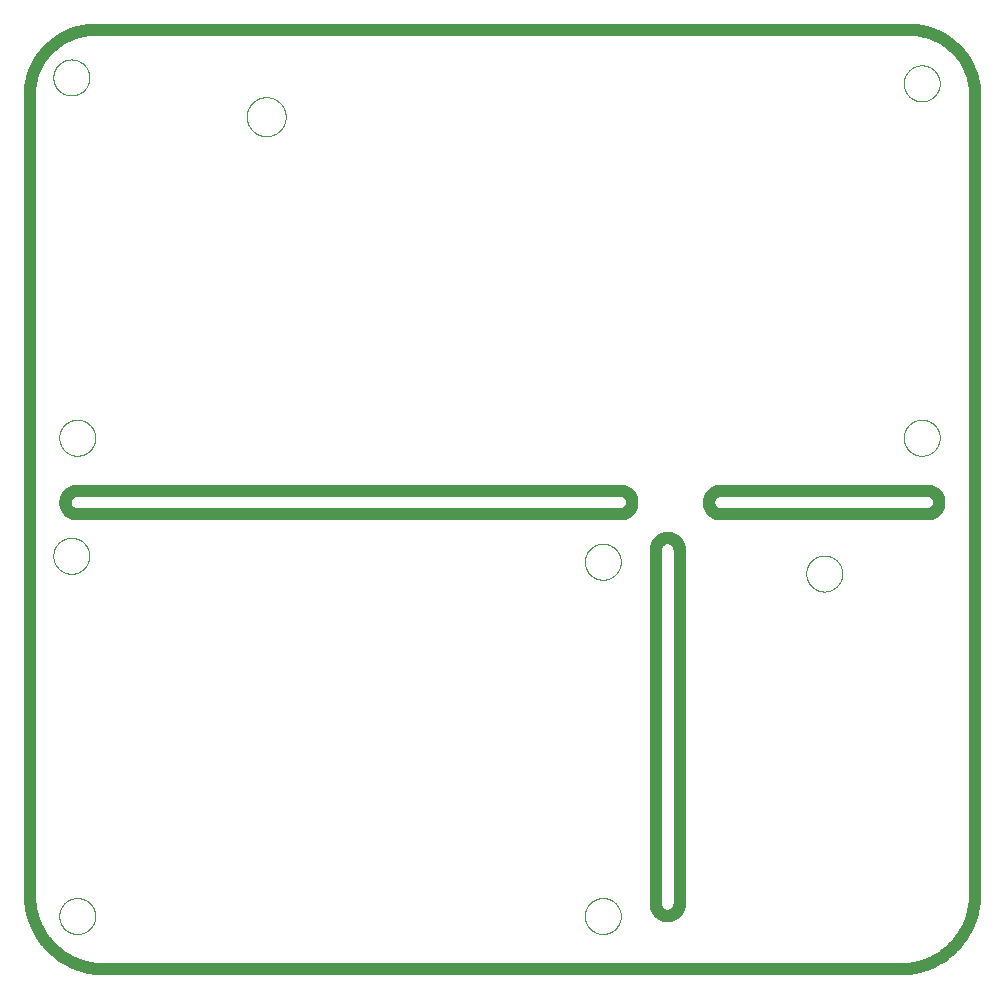
<source format=gtp>
G75*
%MOIN*%
%OFA0B0*%
%FSLAX25Y25*%
%IPPOS*%
%LPD*%
%AMOC8*
5,1,8,0,0,1.08239X$1,22.5*
%
%ADD10C,0.00600*%
%ADD11C,0.00000*%
%ADD12C,0.04000*%
D10*
X0016811Y0026622D02*
X0016811Y0030559D01*
X0016811Y0140795D01*
X0036496Y0156543D02*
X0203819Y0156543D01*
X0016811Y0186071D02*
X0016811Y0298276D01*
X0016811Y0300244D01*
D11*
X0024591Y0302213D02*
X0024593Y0302367D01*
X0024599Y0302522D01*
X0024609Y0302676D01*
X0024623Y0302830D01*
X0024641Y0302983D01*
X0024662Y0303136D01*
X0024688Y0303289D01*
X0024718Y0303440D01*
X0024751Y0303591D01*
X0024789Y0303741D01*
X0024830Y0303890D01*
X0024875Y0304038D01*
X0024924Y0304184D01*
X0024977Y0304330D01*
X0025033Y0304473D01*
X0025093Y0304616D01*
X0025157Y0304756D01*
X0025224Y0304896D01*
X0025295Y0305033D01*
X0025369Y0305168D01*
X0025447Y0305302D01*
X0025528Y0305433D01*
X0025613Y0305562D01*
X0025701Y0305690D01*
X0025792Y0305814D01*
X0025886Y0305937D01*
X0025984Y0306057D01*
X0026084Y0306174D01*
X0026188Y0306289D01*
X0026294Y0306401D01*
X0026403Y0306510D01*
X0026515Y0306616D01*
X0026630Y0306720D01*
X0026747Y0306820D01*
X0026867Y0306918D01*
X0026990Y0307012D01*
X0027114Y0307103D01*
X0027242Y0307191D01*
X0027371Y0307276D01*
X0027502Y0307357D01*
X0027636Y0307435D01*
X0027771Y0307509D01*
X0027908Y0307580D01*
X0028048Y0307647D01*
X0028188Y0307711D01*
X0028331Y0307771D01*
X0028474Y0307827D01*
X0028620Y0307880D01*
X0028766Y0307929D01*
X0028914Y0307974D01*
X0029063Y0308015D01*
X0029213Y0308053D01*
X0029364Y0308086D01*
X0029515Y0308116D01*
X0029668Y0308142D01*
X0029821Y0308163D01*
X0029974Y0308181D01*
X0030128Y0308195D01*
X0030282Y0308205D01*
X0030437Y0308211D01*
X0030591Y0308213D01*
X0030745Y0308211D01*
X0030900Y0308205D01*
X0031054Y0308195D01*
X0031208Y0308181D01*
X0031361Y0308163D01*
X0031514Y0308142D01*
X0031667Y0308116D01*
X0031818Y0308086D01*
X0031969Y0308053D01*
X0032119Y0308015D01*
X0032268Y0307974D01*
X0032416Y0307929D01*
X0032562Y0307880D01*
X0032708Y0307827D01*
X0032851Y0307771D01*
X0032994Y0307711D01*
X0033134Y0307647D01*
X0033274Y0307580D01*
X0033411Y0307509D01*
X0033546Y0307435D01*
X0033680Y0307357D01*
X0033811Y0307276D01*
X0033940Y0307191D01*
X0034068Y0307103D01*
X0034192Y0307012D01*
X0034315Y0306918D01*
X0034435Y0306820D01*
X0034552Y0306720D01*
X0034667Y0306616D01*
X0034779Y0306510D01*
X0034888Y0306401D01*
X0034994Y0306289D01*
X0035098Y0306174D01*
X0035198Y0306057D01*
X0035296Y0305937D01*
X0035390Y0305814D01*
X0035481Y0305690D01*
X0035569Y0305562D01*
X0035654Y0305433D01*
X0035735Y0305302D01*
X0035813Y0305168D01*
X0035887Y0305033D01*
X0035958Y0304896D01*
X0036025Y0304756D01*
X0036089Y0304616D01*
X0036149Y0304473D01*
X0036205Y0304330D01*
X0036258Y0304184D01*
X0036307Y0304038D01*
X0036352Y0303890D01*
X0036393Y0303741D01*
X0036431Y0303591D01*
X0036464Y0303440D01*
X0036494Y0303289D01*
X0036520Y0303136D01*
X0036541Y0302983D01*
X0036559Y0302830D01*
X0036573Y0302676D01*
X0036583Y0302522D01*
X0036589Y0302367D01*
X0036591Y0302213D01*
X0036589Y0302059D01*
X0036583Y0301904D01*
X0036573Y0301750D01*
X0036559Y0301596D01*
X0036541Y0301443D01*
X0036520Y0301290D01*
X0036494Y0301137D01*
X0036464Y0300986D01*
X0036431Y0300835D01*
X0036393Y0300685D01*
X0036352Y0300536D01*
X0036307Y0300388D01*
X0036258Y0300242D01*
X0036205Y0300096D01*
X0036149Y0299953D01*
X0036089Y0299810D01*
X0036025Y0299670D01*
X0035958Y0299530D01*
X0035887Y0299393D01*
X0035813Y0299258D01*
X0035735Y0299124D01*
X0035654Y0298993D01*
X0035569Y0298864D01*
X0035481Y0298736D01*
X0035390Y0298612D01*
X0035296Y0298489D01*
X0035198Y0298369D01*
X0035098Y0298252D01*
X0034994Y0298137D01*
X0034888Y0298025D01*
X0034779Y0297916D01*
X0034667Y0297810D01*
X0034552Y0297706D01*
X0034435Y0297606D01*
X0034315Y0297508D01*
X0034192Y0297414D01*
X0034068Y0297323D01*
X0033940Y0297235D01*
X0033811Y0297150D01*
X0033680Y0297069D01*
X0033546Y0296991D01*
X0033411Y0296917D01*
X0033274Y0296846D01*
X0033134Y0296779D01*
X0032994Y0296715D01*
X0032851Y0296655D01*
X0032708Y0296599D01*
X0032562Y0296546D01*
X0032416Y0296497D01*
X0032268Y0296452D01*
X0032119Y0296411D01*
X0031969Y0296373D01*
X0031818Y0296340D01*
X0031667Y0296310D01*
X0031514Y0296284D01*
X0031361Y0296263D01*
X0031208Y0296245D01*
X0031054Y0296231D01*
X0030900Y0296221D01*
X0030745Y0296215D01*
X0030591Y0296213D01*
X0030437Y0296215D01*
X0030282Y0296221D01*
X0030128Y0296231D01*
X0029974Y0296245D01*
X0029821Y0296263D01*
X0029668Y0296284D01*
X0029515Y0296310D01*
X0029364Y0296340D01*
X0029213Y0296373D01*
X0029063Y0296411D01*
X0028914Y0296452D01*
X0028766Y0296497D01*
X0028620Y0296546D01*
X0028474Y0296599D01*
X0028331Y0296655D01*
X0028188Y0296715D01*
X0028048Y0296779D01*
X0027908Y0296846D01*
X0027771Y0296917D01*
X0027636Y0296991D01*
X0027502Y0297069D01*
X0027371Y0297150D01*
X0027242Y0297235D01*
X0027114Y0297323D01*
X0026990Y0297414D01*
X0026867Y0297508D01*
X0026747Y0297606D01*
X0026630Y0297706D01*
X0026515Y0297810D01*
X0026403Y0297916D01*
X0026294Y0298025D01*
X0026188Y0298137D01*
X0026084Y0298252D01*
X0025984Y0298369D01*
X0025886Y0298489D01*
X0025792Y0298612D01*
X0025701Y0298736D01*
X0025613Y0298864D01*
X0025528Y0298993D01*
X0025447Y0299124D01*
X0025369Y0299258D01*
X0025295Y0299393D01*
X0025224Y0299530D01*
X0025157Y0299670D01*
X0025093Y0299810D01*
X0025033Y0299953D01*
X0024977Y0300096D01*
X0024924Y0300242D01*
X0024875Y0300388D01*
X0024830Y0300536D01*
X0024789Y0300685D01*
X0024751Y0300835D01*
X0024718Y0300986D01*
X0024688Y0301137D01*
X0024662Y0301290D01*
X0024641Y0301443D01*
X0024623Y0301596D01*
X0024609Y0301750D01*
X0024599Y0301904D01*
X0024593Y0302059D01*
X0024591Y0302213D01*
X0089051Y0289126D02*
X0089053Y0289287D01*
X0089059Y0289447D01*
X0089069Y0289608D01*
X0089083Y0289768D01*
X0089101Y0289928D01*
X0089122Y0290087D01*
X0089148Y0290246D01*
X0089178Y0290404D01*
X0089211Y0290561D01*
X0089249Y0290718D01*
X0089290Y0290873D01*
X0089335Y0291027D01*
X0089384Y0291180D01*
X0089437Y0291332D01*
X0089493Y0291483D01*
X0089554Y0291632D01*
X0089617Y0291780D01*
X0089685Y0291926D01*
X0089756Y0292070D01*
X0089830Y0292212D01*
X0089908Y0292353D01*
X0089990Y0292491D01*
X0090075Y0292628D01*
X0090163Y0292762D01*
X0090255Y0292894D01*
X0090350Y0293024D01*
X0090448Y0293152D01*
X0090549Y0293277D01*
X0090653Y0293399D01*
X0090760Y0293519D01*
X0090870Y0293636D01*
X0090983Y0293751D01*
X0091099Y0293862D01*
X0091218Y0293971D01*
X0091339Y0294076D01*
X0091463Y0294179D01*
X0091589Y0294279D01*
X0091717Y0294375D01*
X0091848Y0294468D01*
X0091982Y0294558D01*
X0092117Y0294645D01*
X0092255Y0294728D01*
X0092394Y0294808D01*
X0092536Y0294884D01*
X0092679Y0294957D01*
X0092824Y0295026D01*
X0092971Y0295092D01*
X0093119Y0295154D01*
X0093269Y0295212D01*
X0093420Y0295267D01*
X0093573Y0295318D01*
X0093727Y0295365D01*
X0093882Y0295408D01*
X0094038Y0295447D01*
X0094194Y0295483D01*
X0094352Y0295514D01*
X0094510Y0295542D01*
X0094669Y0295566D01*
X0094829Y0295586D01*
X0094989Y0295602D01*
X0095149Y0295614D01*
X0095310Y0295622D01*
X0095471Y0295626D01*
X0095631Y0295626D01*
X0095792Y0295622D01*
X0095953Y0295614D01*
X0096113Y0295602D01*
X0096273Y0295586D01*
X0096433Y0295566D01*
X0096592Y0295542D01*
X0096750Y0295514D01*
X0096908Y0295483D01*
X0097064Y0295447D01*
X0097220Y0295408D01*
X0097375Y0295365D01*
X0097529Y0295318D01*
X0097682Y0295267D01*
X0097833Y0295212D01*
X0097983Y0295154D01*
X0098131Y0295092D01*
X0098278Y0295026D01*
X0098423Y0294957D01*
X0098566Y0294884D01*
X0098708Y0294808D01*
X0098847Y0294728D01*
X0098985Y0294645D01*
X0099120Y0294558D01*
X0099254Y0294468D01*
X0099385Y0294375D01*
X0099513Y0294279D01*
X0099639Y0294179D01*
X0099763Y0294076D01*
X0099884Y0293971D01*
X0100003Y0293862D01*
X0100119Y0293751D01*
X0100232Y0293636D01*
X0100342Y0293519D01*
X0100449Y0293399D01*
X0100553Y0293277D01*
X0100654Y0293152D01*
X0100752Y0293024D01*
X0100847Y0292894D01*
X0100939Y0292762D01*
X0101027Y0292628D01*
X0101112Y0292491D01*
X0101194Y0292353D01*
X0101272Y0292212D01*
X0101346Y0292070D01*
X0101417Y0291926D01*
X0101485Y0291780D01*
X0101548Y0291632D01*
X0101609Y0291483D01*
X0101665Y0291332D01*
X0101718Y0291180D01*
X0101767Y0291027D01*
X0101812Y0290873D01*
X0101853Y0290718D01*
X0101891Y0290561D01*
X0101924Y0290404D01*
X0101954Y0290246D01*
X0101980Y0290087D01*
X0102001Y0289928D01*
X0102019Y0289768D01*
X0102033Y0289608D01*
X0102043Y0289447D01*
X0102049Y0289287D01*
X0102051Y0289126D01*
X0102049Y0288965D01*
X0102043Y0288805D01*
X0102033Y0288644D01*
X0102019Y0288484D01*
X0102001Y0288324D01*
X0101980Y0288165D01*
X0101954Y0288006D01*
X0101924Y0287848D01*
X0101891Y0287691D01*
X0101853Y0287534D01*
X0101812Y0287379D01*
X0101767Y0287225D01*
X0101718Y0287072D01*
X0101665Y0286920D01*
X0101609Y0286769D01*
X0101548Y0286620D01*
X0101485Y0286472D01*
X0101417Y0286326D01*
X0101346Y0286182D01*
X0101272Y0286040D01*
X0101194Y0285899D01*
X0101112Y0285761D01*
X0101027Y0285624D01*
X0100939Y0285490D01*
X0100847Y0285358D01*
X0100752Y0285228D01*
X0100654Y0285100D01*
X0100553Y0284975D01*
X0100449Y0284853D01*
X0100342Y0284733D01*
X0100232Y0284616D01*
X0100119Y0284501D01*
X0100003Y0284390D01*
X0099884Y0284281D01*
X0099763Y0284176D01*
X0099639Y0284073D01*
X0099513Y0283973D01*
X0099385Y0283877D01*
X0099254Y0283784D01*
X0099120Y0283694D01*
X0098985Y0283607D01*
X0098847Y0283524D01*
X0098708Y0283444D01*
X0098566Y0283368D01*
X0098423Y0283295D01*
X0098278Y0283226D01*
X0098131Y0283160D01*
X0097983Y0283098D01*
X0097833Y0283040D01*
X0097682Y0282985D01*
X0097529Y0282934D01*
X0097375Y0282887D01*
X0097220Y0282844D01*
X0097064Y0282805D01*
X0096908Y0282769D01*
X0096750Y0282738D01*
X0096592Y0282710D01*
X0096433Y0282686D01*
X0096273Y0282666D01*
X0096113Y0282650D01*
X0095953Y0282638D01*
X0095792Y0282630D01*
X0095631Y0282626D01*
X0095471Y0282626D01*
X0095310Y0282630D01*
X0095149Y0282638D01*
X0094989Y0282650D01*
X0094829Y0282666D01*
X0094669Y0282686D01*
X0094510Y0282710D01*
X0094352Y0282738D01*
X0094194Y0282769D01*
X0094038Y0282805D01*
X0093882Y0282844D01*
X0093727Y0282887D01*
X0093573Y0282934D01*
X0093420Y0282985D01*
X0093269Y0283040D01*
X0093119Y0283098D01*
X0092971Y0283160D01*
X0092824Y0283226D01*
X0092679Y0283295D01*
X0092536Y0283368D01*
X0092394Y0283444D01*
X0092255Y0283524D01*
X0092117Y0283607D01*
X0091982Y0283694D01*
X0091848Y0283784D01*
X0091717Y0283877D01*
X0091589Y0283973D01*
X0091463Y0284073D01*
X0091339Y0284176D01*
X0091218Y0284281D01*
X0091099Y0284390D01*
X0090983Y0284501D01*
X0090870Y0284616D01*
X0090760Y0284733D01*
X0090653Y0284853D01*
X0090549Y0284975D01*
X0090448Y0285100D01*
X0090350Y0285228D01*
X0090255Y0285358D01*
X0090163Y0285490D01*
X0090075Y0285624D01*
X0089990Y0285761D01*
X0089908Y0285899D01*
X0089830Y0286040D01*
X0089756Y0286182D01*
X0089685Y0286326D01*
X0089617Y0286472D01*
X0089554Y0286620D01*
X0089493Y0286769D01*
X0089437Y0286920D01*
X0089384Y0287072D01*
X0089335Y0287225D01*
X0089290Y0287379D01*
X0089249Y0287534D01*
X0089211Y0287691D01*
X0089178Y0287848D01*
X0089148Y0288006D01*
X0089122Y0288165D01*
X0089101Y0288324D01*
X0089083Y0288484D01*
X0089069Y0288644D01*
X0089059Y0288805D01*
X0089053Y0288965D01*
X0089051Y0289126D01*
X0026559Y0182134D02*
X0026561Y0182288D01*
X0026567Y0182443D01*
X0026577Y0182597D01*
X0026591Y0182751D01*
X0026609Y0182904D01*
X0026630Y0183057D01*
X0026656Y0183210D01*
X0026686Y0183361D01*
X0026719Y0183512D01*
X0026757Y0183662D01*
X0026798Y0183811D01*
X0026843Y0183959D01*
X0026892Y0184105D01*
X0026945Y0184251D01*
X0027001Y0184394D01*
X0027061Y0184537D01*
X0027125Y0184677D01*
X0027192Y0184817D01*
X0027263Y0184954D01*
X0027337Y0185089D01*
X0027415Y0185223D01*
X0027496Y0185354D01*
X0027581Y0185483D01*
X0027669Y0185611D01*
X0027760Y0185735D01*
X0027854Y0185858D01*
X0027952Y0185978D01*
X0028052Y0186095D01*
X0028156Y0186210D01*
X0028262Y0186322D01*
X0028371Y0186431D01*
X0028483Y0186537D01*
X0028598Y0186641D01*
X0028715Y0186741D01*
X0028835Y0186839D01*
X0028958Y0186933D01*
X0029082Y0187024D01*
X0029210Y0187112D01*
X0029339Y0187197D01*
X0029470Y0187278D01*
X0029604Y0187356D01*
X0029739Y0187430D01*
X0029876Y0187501D01*
X0030016Y0187568D01*
X0030156Y0187632D01*
X0030299Y0187692D01*
X0030442Y0187748D01*
X0030588Y0187801D01*
X0030734Y0187850D01*
X0030882Y0187895D01*
X0031031Y0187936D01*
X0031181Y0187974D01*
X0031332Y0188007D01*
X0031483Y0188037D01*
X0031636Y0188063D01*
X0031789Y0188084D01*
X0031942Y0188102D01*
X0032096Y0188116D01*
X0032250Y0188126D01*
X0032405Y0188132D01*
X0032559Y0188134D01*
X0032713Y0188132D01*
X0032868Y0188126D01*
X0033022Y0188116D01*
X0033176Y0188102D01*
X0033329Y0188084D01*
X0033482Y0188063D01*
X0033635Y0188037D01*
X0033786Y0188007D01*
X0033937Y0187974D01*
X0034087Y0187936D01*
X0034236Y0187895D01*
X0034384Y0187850D01*
X0034530Y0187801D01*
X0034676Y0187748D01*
X0034819Y0187692D01*
X0034962Y0187632D01*
X0035102Y0187568D01*
X0035242Y0187501D01*
X0035379Y0187430D01*
X0035514Y0187356D01*
X0035648Y0187278D01*
X0035779Y0187197D01*
X0035908Y0187112D01*
X0036036Y0187024D01*
X0036160Y0186933D01*
X0036283Y0186839D01*
X0036403Y0186741D01*
X0036520Y0186641D01*
X0036635Y0186537D01*
X0036747Y0186431D01*
X0036856Y0186322D01*
X0036962Y0186210D01*
X0037066Y0186095D01*
X0037166Y0185978D01*
X0037264Y0185858D01*
X0037358Y0185735D01*
X0037449Y0185611D01*
X0037537Y0185483D01*
X0037622Y0185354D01*
X0037703Y0185223D01*
X0037781Y0185089D01*
X0037855Y0184954D01*
X0037926Y0184817D01*
X0037993Y0184677D01*
X0038057Y0184537D01*
X0038117Y0184394D01*
X0038173Y0184251D01*
X0038226Y0184105D01*
X0038275Y0183959D01*
X0038320Y0183811D01*
X0038361Y0183662D01*
X0038399Y0183512D01*
X0038432Y0183361D01*
X0038462Y0183210D01*
X0038488Y0183057D01*
X0038509Y0182904D01*
X0038527Y0182751D01*
X0038541Y0182597D01*
X0038551Y0182443D01*
X0038557Y0182288D01*
X0038559Y0182134D01*
X0038557Y0181980D01*
X0038551Y0181825D01*
X0038541Y0181671D01*
X0038527Y0181517D01*
X0038509Y0181364D01*
X0038488Y0181211D01*
X0038462Y0181058D01*
X0038432Y0180907D01*
X0038399Y0180756D01*
X0038361Y0180606D01*
X0038320Y0180457D01*
X0038275Y0180309D01*
X0038226Y0180163D01*
X0038173Y0180017D01*
X0038117Y0179874D01*
X0038057Y0179731D01*
X0037993Y0179591D01*
X0037926Y0179451D01*
X0037855Y0179314D01*
X0037781Y0179179D01*
X0037703Y0179045D01*
X0037622Y0178914D01*
X0037537Y0178785D01*
X0037449Y0178657D01*
X0037358Y0178533D01*
X0037264Y0178410D01*
X0037166Y0178290D01*
X0037066Y0178173D01*
X0036962Y0178058D01*
X0036856Y0177946D01*
X0036747Y0177837D01*
X0036635Y0177731D01*
X0036520Y0177627D01*
X0036403Y0177527D01*
X0036283Y0177429D01*
X0036160Y0177335D01*
X0036036Y0177244D01*
X0035908Y0177156D01*
X0035779Y0177071D01*
X0035648Y0176990D01*
X0035514Y0176912D01*
X0035379Y0176838D01*
X0035242Y0176767D01*
X0035102Y0176700D01*
X0034962Y0176636D01*
X0034819Y0176576D01*
X0034676Y0176520D01*
X0034530Y0176467D01*
X0034384Y0176418D01*
X0034236Y0176373D01*
X0034087Y0176332D01*
X0033937Y0176294D01*
X0033786Y0176261D01*
X0033635Y0176231D01*
X0033482Y0176205D01*
X0033329Y0176184D01*
X0033176Y0176166D01*
X0033022Y0176152D01*
X0032868Y0176142D01*
X0032713Y0176136D01*
X0032559Y0176134D01*
X0032405Y0176136D01*
X0032250Y0176142D01*
X0032096Y0176152D01*
X0031942Y0176166D01*
X0031789Y0176184D01*
X0031636Y0176205D01*
X0031483Y0176231D01*
X0031332Y0176261D01*
X0031181Y0176294D01*
X0031031Y0176332D01*
X0030882Y0176373D01*
X0030734Y0176418D01*
X0030588Y0176467D01*
X0030442Y0176520D01*
X0030299Y0176576D01*
X0030156Y0176636D01*
X0030016Y0176700D01*
X0029876Y0176767D01*
X0029739Y0176838D01*
X0029604Y0176912D01*
X0029470Y0176990D01*
X0029339Y0177071D01*
X0029210Y0177156D01*
X0029082Y0177244D01*
X0028958Y0177335D01*
X0028835Y0177429D01*
X0028715Y0177527D01*
X0028598Y0177627D01*
X0028483Y0177731D01*
X0028371Y0177837D01*
X0028262Y0177946D01*
X0028156Y0178058D01*
X0028052Y0178173D01*
X0027952Y0178290D01*
X0027854Y0178410D01*
X0027760Y0178533D01*
X0027669Y0178657D01*
X0027581Y0178785D01*
X0027496Y0178914D01*
X0027415Y0179045D01*
X0027337Y0179179D01*
X0027263Y0179314D01*
X0027192Y0179451D01*
X0027125Y0179591D01*
X0027061Y0179731D01*
X0027001Y0179874D01*
X0026945Y0180017D01*
X0026892Y0180163D01*
X0026843Y0180309D01*
X0026798Y0180457D01*
X0026757Y0180606D01*
X0026719Y0180756D01*
X0026686Y0180907D01*
X0026656Y0181058D01*
X0026630Y0181211D01*
X0026609Y0181364D01*
X0026591Y0181517D01*
X0026577Y0181671D01*
X0026567Y0181825D01*
X0026561Y0181980D01*
X0026559Y0182134D01*
X0024591Y0142764D02*
X0024593Y0142918D01*
X0024599Y0143073D01*
X0024609Y0143227D01*
X0024623Y0143381D01*
X0024641Y0143534D01*
X0024662Y0143687D01*
X0024688Y0143840D01*
X0024718Y0143991D01*
X0024751Y0144142D01*
X0024789Y0144292D01*
X0024830Y0144441D01*
X0024875Y0144589D01*
X0024924Y0144735D01*
X0024977Y0144881D01*
X0025033Y0145024D01*
X0025093Y0145167D01*
X0025157Y0145307D01*
X0025224Y0145447D01*
X0025295Y0145584D01*
X0025369Y0145719D01*
X0025447Y0145853D01*
X0025528Y0145984D01*
X0025613Y0146113D01*
X0025701Y0146241D01*
X0025792Y0146365D01*
X0025886Y0146488D01*
X0025984Y0146608D01*
X0026084Y0146725D01*
X0026188Y0146840D01*
X0026294Y0146952D01*
X0026403Y0147061D01*
X0026515Y0147167D01*
X0026630Y0147271D01*
X0026747Y0147371D01*
X0026867Y0147469D01*
X0026990Y0147563D01*
X0027114Y0147654D01*
X0027242Y0147742D01*
X0027371Y0147827D01*
X0027502Y0147908D01*
X0027636Y0147986D01*
X0027771Y0148060D01*
X0027908Y0148131D01*
X0028048Y0148198D01*
X0028188Y0148262D01*
X0028331Y0148322D01*
X0028474Y0148378D01*
X0028620Y0148431D01*
X0028766Y0148480D01*
X0028914Y0148525D01*
X0029063Y0148566D01*
X0029213Y0148604D01*
X0029364Y0148637D01*
X0029515Y0148667D01*
X0029668Y0148693D01*
X0029821Y0148714D01*
X0029974Y0148732D01*
X0030128Y0148746D01*
X0030282Y0148756D01*
X0030437Y0148762D01*
X0030591Y0148764D01*
X0030745Y0148762D01*
X0030900Y0148756D01*
X0031054Y0148746D01*
X0031208Y0148732D01*
X0031361Y0148714D01*
X0031514Y0148693D01*
X0031667Y0148667D01*
X0031818Y0148637D01*
X0031969Y0148604D01*
X0032119Y0148566D01*
X0032268Y0148525D01*
X0032416Y0148480D01*
X0032562Y0148431D01*
X0032708Y0148378D01*
X0032851Y0148322D01*
X0032994Y0148262D01*
X0033134Y0148198D01*
X0033274Y0148131D01*
X0033411Y0148060D01*
X0033546Y0147986D01*
X0033680Y0147908D01*
X0033811Y0147827D01*
X0033940Y0147742D01*
X0034068Y0147654D01*
X0034192Y0147563D01*
X0034315Y0147469D01*
X0034435Y0147371D01*
X0034552Y0147271D01*
X0034667Y0147167D01*
X0034779Y0147061D01*
X0034888Y0146952D01*
X0034994Y0146840D01*
X0035098Y0146725D01*
X0035198Y0146608D01*
X0035296Y0146488D01*
X0035390Y0146365D01*
X0035481Y0146241D01*
X0035569Y0146113D01*
X0035654Y0145984D01*
X0035735Y0145853D01*
X0035813Y0145719D01*
X0035887Y0145584D01*
X0035958Y0145447D01*
X0036025Y0145307D01*
X0036089Y0145167D01*
X0036149Y0145024D01*
X0036205Y0144881D01*
X0036258Y0144735D01*
X0036307Y0144589D01*
X0036352Y0144441D01*
X0036393Y0144292D01*
X0036431Y0144142D01*
X0036464Y0143991D01*
X0036494Y0143840D01*
X0036520Y0143687D01*
X0036541Y0143534D01*
X0036559Y0143381D01*
X0036573Y0143227D01*
X0036583Y0143073D01*
X0036589Y0142918D01*
X0036591Y0142764D01*
X0036589Y0142610D01*
X0036583Y0142455D01*
X0036573Y0142301D01*
X0036559Y0142147D01*
X0036541Y0141994D01*
X0036520Y0141841D01*
X0036494Y0141688D01*
X0036464Y0141537D01*
X0036431Y0141386D01*
X0036393Y0141236D01*
X0036352Y0141087D01*
X0036307Y0140939D01*
X0036258Y0140793D01*
X0036205Y0140647D01*
X0036149Y0140504D01*
X0036089Y0140361D01*
X0036025Y0140221D01*
X0035958Y0140081D01*
X0035887Y0139944D01*
X0035813Y0139809D01*
X0035735Y0139675D01*
X0035654Y0139544D01*
X0035569Y0139415D01*
X0035481Y0139287D01*
X0035390Y0139163D01*
X0035296Y0139040D01*
X0035198Y0138920D01*
X0035098Y0138803D01*
X0034994Y0138688D01*
X0034888Y0138576D01*
X0034779Y0138467D01*
X0034667Y0138361D01*
X0034552Y0138257D01*
X0034435Y0138157D01*
X0034315Y0138059D01*
X0034192Y0137965D01*
X0034068Y0137874D01*
X0033940Y0137786D01*
X0033811Y0137701D01*
X0033680Y0137620D01*
X0033546Y0137542D01*
X0033411Y0137468D01*
X0033274Y0137397D01*
X0033134Y0137330D01*
X0032994Y0137266D01*
X0032851Y0137206D01*
X0032708Y0137150D01*
X0032562Y0137097D01*
X0032416Y0137048D01*
X0032268Y0137003D01*
X0032119Y0136962D01*
X0031969Y0136924D01*
X0031818Y0136891D01*
X0031667Y0136861D01*
X0031514Y0136835D01*
X0031361Y0136814D01*
X0031208Y0136796D01*
X0031054Y0136782D01*
X0030900Y0136772D01*
X0030745Y0136766D01*
X0030591Y0136764D01*
X0030437Y0136766D01*
X0030282Y0136772D01*
X0030128Y0136782D01*
X0029974Y0136796D01*
X0029821Y0136814D01*
X0029668Y0136835D01*
X0029515Y0136861D01*
X0029364Y0136891D01*
X0029213Y0136924D01*
X0029063Y0136962D01*
X0028914Y0137003D01*
X0028766Y0137048D01*
X0028620Y0137097D01*
X0028474Y0137150D01*
X0028331Y0137206D01*
X0028188Y0137266D01*
X0028048Y0137330D01*
X0027908Y0137397D01*
X0027771Y0137468D01*
X0027636Y0137542D01*
X0027502Y0137620D01*
X0027371Y0137701D01*
X0027242Y0137786D01*
X0027114Y0137874D01*
X0026990Y0137965D01*
X0026867Y0138059D01*
X0026747Y0138157D01*
X0026630Y0138257D01*
X0026515Y0138361D01*
X0026403Y0138467D01*
X0026294Y0138576D01*
X0026188Y0138688D01*
X0026084Y0138803D01*
X0025984Y0138920D01*
X0025886Y0139040D01*
X0025792Y0139163D01*
X0025701Y0139287D01*
X0025613Y0139415D01*
X0025528Y0139544D01*
X0025447Y0139675D01*
X0025369Y0139809D01*
X0025295Y0139944D01*
X0025224Y0140081D01*
X0025157Y0140221D01*
X0025093Y0140361D01*
X0025033Y0140504D01*
X0024977Y0140647D01*
X0024924Y0140793D01*
X0024875Y0140939D01*
X0024830Y0141087D01*
X0024789Y0141236D01*
X0024751Y0141386D01*
X0024718Y0141537D01*
X0024688Y0141688D01*
X0024662Y0141841D01*
X0024641Y0141994D01*
X0024623Y0142147D01*
X0024609Y0142301D01*
X0024599Y0142455D01*
X0024593Y0142610D01*
X0024591Y0142764D01*
X0026559Y0022685D02*
X0026561Y0022839D01*
X0026567Y0022994D01*
X0026577Y0023148D01*
X0026591Y0023302D01*
X0026609Y0023455D01*
X0026630Y0023608D01*
X0026656Y0023761D01*
X0026686Y0023912D01*
X0026719Y0024063D01*
X0026757Y0024213D01*
X0026798Y0024362D01*
X0026843Y0024510D01*
X0026892Y0024656D01*
X0026945Y0024802D01*
X0027001Y0024945D01*
X0027061Y0025088D01*
X0027125Y0025228D01*
X0027192Y0025368D01*
X0027263Y0025505D01*
X0027337Y0025640D01*
X0027415Y0025774D01*
X0027496Y0025905D01*
X0027581Y0026034D01*
X0027669Y0026162D01*
X0027760Y0026286D01*
X0027854Y0026409D01*
X0027952Y0026529D01*
X0028052Y0026646D01*
X0028156Y0026761D01*
X0028262Y0026873D01*
X0028371Y0026982D01*
X0028483Y0027088D01*
X0028598Y0027192D01*
X0028715Y0027292D01*
X0028835Y0027390D01*
X0028958Y0027484D01*
X0029082Y0027575D01*
X0029210Y0027663D01*
X0029339Y0027748D01*
X0029470Y0027829D01*
X0029604Y0027907D01*
X0029739Y0027981D01*
X0029876Y0028052D01*
X0030016Y0028119D01*
X0030156Y0028183D01*
X0030299Y0028243D01*
X0030442Y0028299D01*
X0030588Y0028352D01*
X0030734Y0028401D01*
X0030882Y0028446D01*
X0031031Y0028487D01*
X0031181Y0028525D01*
X0031332Y0028558D01*
X0031483Y0028588D01*
X0031636Y0028614D01*
X0031789Y0028635D01*
X0031942Y0028653D01*
X0032096Y0028667D01*
X0032250Y0028677D01*
X0032405Y0028683D01*
X0032559Y0028685D01*
X0032713Y0028683D01*
X0032868Y0028677D01*
X0033022Y0028667D01*
X0033176Y0028653D01*
X0033329Y0028635D01*
X0033482Y0028614D01*
X0033635Y0028588D01*
X0033786Y0028558D01*
X0033937Y0028525D01*
X0034087Y0028487D01*
X0034236Y0028446D01*
X0034384Y0028401D01*
X0034530Y0028352D01*
X0034676Y0028299D01*
X0034819Y0028243D01*
X0034962Y0028183D01*
X0035102Y0028119D01*
X0035242Y0028052D01*
X0035379Y0027981D01*
X0035514Y0027907D01*
X0035648Y0027829D01*
X0035779Y0027748D01*
X0035908Y0027663D01*
X0036036Y0027575D01*
X0036160Y0027484D01*
X0036283Y0027390D01*
X0036403Y0027292D01*
X0036520Y0027192D01*
X0036635Y0027088D01*
X0036747Y0026982D01*
X0036856Y0026873D01*
X0036962Y0026761D01*
X0037066Y0026646D01*
X0037166Y0026529D01*
X0037264Y0026409D01*
X0037358Y0026286D01*
X0037449Y0026162D01*
X0037537Y0026034D01*
X0037622Y0025905D01*
X0037703Y0025774D01*
X0037781Y0025640D01*
X0037855Y0025505D01*
X0037926Y0025368D01*
X0037993Y0025228D01*
X0038057Y0025088D01*
X0038117Y0024945D01*
X0038173Y0024802D01*
X0038226Y0024656D01*
X0038275Y0024510D01*
X0038320Y0024362D01*
X0038361Y0024213D01*
X0038399Y0024063D01*
X0038432Y0023912D01*
X0038462Y0023761D01*
X0038488Y0023608D01*
X0038509Y0023455D01*
X0038527Y0023302D01*
X0038541Y0023148D01*
X0038551Y0022994D01*
X0038557Y0022839D01*
X0038559Y0022685D01*
X0038557Y0022531D01*
X0038551Y0022376D01*
X0038541Y0022222D01*
X0038527Y0022068D01*
X0038509Y0021915D01*
X0038488Y0021762D01*
X0038462Y0021609D01*
X0038432Y0021458D01*
X0038399Y0021307D01*
X0038361Y0021157D01*
X0038320Y0021008D01*
X0038275Y0020860D01*
X0038226Y0020714D01*
X0038173Y0020568D01*
X0038117Y0020425D01*
X0038057Y0020282D01*
X0037993Y0020142D01*
X0037926Y0020002D01*
X0037855Y0019865D01*
X0037781Y0019730D01*
X0037703Y0019596D01*
X0037622Y0019465D01*
X0037537Y0019336D01*
X0037449Y0019208D01*
X0037358Y0019084D01*
X0037264Y0018961D01*
X0037166Y0018841D01*
X0037066Y0018724D01*
X0036962Y0018609D01*
X0036856Y0018497D01*
X0036747Y0018388D01*
X0036635Y0018282D01*
X0036520Y0018178D01*
X0036403Y0018078D01*
X0036283Y0017980D01*
X0036160Y0017886D01*
X0036036Y0017795D01*
X0035908Y0017707D01*
X0035779Y0017622D01*
X0035648Y0017541D01*
X0035514Y0017463D01*
X0035379Y0017389D01*
X0035242Y0017318D01*
X0035102Y0017251D01*
X0034962Y0017187D01*
X0034819Y0017127D01*
X0034676Y0017071D01*
X0034530Y0017018D01*
X0034384Y0016969D01*
X0034236Y0016924D01*
X0034087Y0016883D01*
X0033937Y0016845D01*
X0033786Y0016812D01*
X0033635Y0016782D01*
X0033482Y0016756D01*
X0033329Y0016735D01*
X0033176Y0016717D01*
X0033022Y0016703D01*
X0032868Y0016693D01*
X0032713Y0016687D01*
X0032559Y0016685D01*
X0032405Y0016687D01*
X0032250Y0016693D01*
X0032096Y0016703D01*
X0031942Y0016717D01*
X0031789Y0016735D01*
X0031636Y0016756D01*
X0031483Y0016782D01*
X0031332Y0016812D01*
X0031181Y0016845D01*
X0031031Y0016883D01*
X0030882Y0016924D01*
X0030734Y0016969D01*
X0030588Y0017018D01*
X0030442Y0017071D01*
X0030299Y0017127D01*
X0030156Y0017187D01*
X0030016Y0017251D01*
X0029876Y0017318D01*
X0029739Y0017389D01*
X0029604Y0017463D01*
X0029470Y0017541D01*
X0029339Y0017622D01*
X0029210Y0017707D01*
X0029082Y0017795D01*
X0028958Y0017886D01*
X0028835Y0017980D01*
X0028715Y0018078D01*
X0028598Y0018178D01*
X0028483Y0018282D01*
X0028371Y0018388D01*
X0028262Y0018497D01*
X0028156Y0018609D01*
X0028052Y0018724D01*
X0027952Y0018841D01*
X0027854Y0018961D01*
X0027760Y0019084D01*
X0027669Y0019208D01*
X0027581Y0019336D01*
X0027496Y0019465D01*
X0027415Y0019596D01*
X0027337Y0019730D01*
X0027263Y0019865D01*
X0027192Y0020002D01*
X0027125Y0020142D01*
X0027061Y0020282D01*
X0027001Y0020425D01*
X0026945Y0020568D01*
X0026892Y0020714D01*
X0026843Y0020860D01*
X0026798Y0021008D01*
X0026757Y0021157D01*
X0026719Y0021307D01*
X0026686Y0021458D01*
X0026656Y0021609D01*
X0026630Y0021762D01*
X0026609Y0021915D01*
X0026591Y0022068D01*
X0026577Y0022222D01*
X0026567Y0022376D01*
X0026561Y0022531D01*
X0026559Y0022685D01*
X0201756Y0022685D02*
X0201758Y0022839D01*
X0201764Y0022994D01*
X0201774Y0023148D01*
X0201788Y0023302D01*
X0201806Y0023455D01*
X0201827Y0023608D01*
X0201853Y0023761D01*
X0201883Y0023912D01*
X0201916Y0024063D01*
X0201954Y0024213D01*
X0201995Y0024362D01*
X0202040Y0024510D01*
X0202089Y0024656D01*
X0202142Y0024802D01*
X0202198Y0024945D01*
X0202258Y0025088D01*
X0202322Y0025228D01*
X0202389Y0025368D01*
X0202460Y0025505D01*
X0202534Y0025640D01*
X0202612Y0025774D01*
X0202693Y0025905D01*
X0202778Y0026034D01*
X0202866Y0026162D01*
X0202957Y0026286D01*
X0203051Y0026409D01*
X0203149Y0026529D01*
X0203249Y0026646D01*
X0203353Y0026761D01*
X0203459Y0026873D01*
X0203568Y0026982D01*
X0203680Y0027088D01*
X0203795Y0027192D01*
X0203912Y0027292D01*
X0204032Y0027390D01*
X0204155Y0027484D01*
X0204279Y0027575D01*
X0204407Y0027663D01*
X0204536Y0027748D01*
X0204667Y0027829D01*
X0204801Y0027907D01*
X0204936Y0027981D01*
X0205073Y0028052D01*
X0205213Y0028119D01*
X0205353Y0028183D01*
X0205496Y0028243D01*
X0205639Y0028299D01*
X0205785Y0028352D01*
X0205931Y0028401D01*
X0206079Y0028446D01*
X0206228Y0028487D01*
X0206378Y0028525D01*
X0206529Y0028558D01*
X0206680Y0028588D01*
X0206833Y0028614D01*
X0206986Y0028635D01*
X0207139Y0028653D01*
X0207293Y0028667D01*
X0207447Y0028677D01*
X0207602Y0028683D01*
X0207756Y0028685D01*
X0207910Y0028683D01*
X0208065Y0028677D01*
X0208219Y0028667D01*
X0208373Y0028653D01*
X0208526Y0028635D01*
X0208679Y0028614D01*
X0208832Y0028588D01*
X0208983Y0028558D01*
X0209134Y0028525D01*
X0209284Y0028487D01*
X0209433Y0028446D01*
X0209581Y0028401D01*
X0209727Y0028352D01*
X0209873Y0028299D01*
X0210016Y0028243D01*
X0210159Y0028183D01*
X0210299Y0028119D01*
X0210439Y0028052D01*
X0210576Y0027981D01*
X0210711Y0027907D01*
X0210845Y0027829D01*
X0210976Y0027748D01*
X0211105Y0027663D01*
X0211233Y0027575D01*
X0211357Y0027484D01*
X0211480Y0027390D01*
X0211600Y0027292D01*
X0211717Y0027192D01*
X0211832Y0027088D01*
X0211944Y0026982D01*
X0212053Y0026873D01*
X0212159Y0026761D01*
X0212263Y0026646D01*
X0212363Y0026529D01*
X0212461Y0026409D01*
X0212555Y0026286D01*
X0212646Y0026162D01*
X0212734Y0026034D01*
X0212819Y0025905D01*
X0212900Y0025774D01*
X0212978Y0025640D01*
X0213052Y0025505D01*
X0213123Y0025368D01*
X0213190Y0025228D01*
X0213254Y0025088D01*
X0213314Y0024945D01*
X0213370Y0024802D01*
X0213423Y0024656D01*
X0213472Y0024510D01*
X0213517Y0024362D01*
X0213558Y0024213D01*
X0213596Y0024063D01*
X0213629Y0023912D01*
X0213659Y0023761D01*
X0213685Y0023608D01*
X0213706Y0023455D01*
X0213724Y0023302D01*
X0213738Y0023148D01*
X0213748Y0022994D01*
X0213754Y0022839D01*
X0213756Y0022685D01*
X0213754Y0022531D01*
X0213748Y0022376D01*
X0213738Y0022222D01*
X0213724Y0022068D01*
X0213706Y0021915D01*
X0213685Y0021762D01*
X0213659Y0021609D01*
X0213629Y0021458D01*
X0213596Y0021307D01*
X0213558Y0021157D01*
X0213517Y0021008D01*
X0213472Y0020860D01*
X0213423Y0020714D01*
X0213370Y0020568D01*
X0213314Y0020425D01*
X0213254Y0020282D01*
X0213190Y0020142D01*
X0213123Y0020002D01*
X0213052Y0019865D01*
X0212978Y0019730D01*
X0212900Y0019596D01*
X0212819Y0019465D01*
X0212734Y0019336D01*
X0212646Y0019208D01*
X0212555Y0019084D01*
X0212461Y0018961D01*
X0212363Y0018841D01*
X0212263Y0018724D01*
X0212159Y0018609D01*
X0212053Y0018497D01*
X0211944Y0018388D01*
X0211832Y0018282D01*
X0211717Y0018178D01*
X0211600Y0018078D01*
X0211480Y0017980D01*
X0211357Y0017886D01*
X0211233Y0017795D01*
X0211105Y0017707D01*
X0210976Y0017622D01*
X0210845Y0017541D01*
X0210711Y0017463D01*
X0210576Y0017389D01*
X0210439Y0017318D01*
X0210299Y0017251D01*
X0210159Y0017187D01*
X0210016Y0017127D01*
X0209873Y0017071D01*
X0209727Y0017018D01*
X0209581Y0016969D01*
X0209433Y0016924D01*
X0209284Y0016883D01*
X0209134Y0016845D01*
X0208983Y0016812D01*
X0208832Y0016782D01*
X0208679Y0016756D01*
X0208526Y0016735D01*
X0208373Y0016717D01*
X0208219Y0016703D01*
X0208065Y0016693D01*
X0207910Y0016687D01*
X0207756Y0016685D01*
X0207602Y0016687D01*
X0207447Y0016693D01*
X0207293Y0016703D01*
X0207139Y0016717D01*
X0206986Y0016735D01*
X0206833Y0016756D01*
X0206680Y0016782D01*
X0206529Y0016812D01*
X0206378Y0016845D01*
X0206228Y0016883D01*
X0206079Y0016924D01*
X0205931Y0016969D01*
X0205785Y0017018D01*
X0205639Y0017071D01*
X0205496Y0017127D01*
X0205353Y0017187D01*
X0205213Y0017251D01*
X0205073Y0017318D01*
X0204936Y0017389D01*
X0204801Y0017463D01*
X0204667Y0017541D01*
X0204536Y0017622D01*
X0204407Y0017707D01*
X0204279Y0017795D01*
X0204155Y0017886D01*
X0204032Y0017980D01*
X0203912Y0018078D01*
X0203795Y0018178D01*
X0203680Y0018282D01*
X0203568Y0018388D01*
X0203459Y0018497D01*
X0203353Y0018609D01*
X0203249Y0018724D01*
X0203149Y0018841D01*
X0203051Y0018961D01*
X0202957Y0019084D01*
X0202866Y0019208D01*
X0202778Y0019336D01*
X0202693Y0019465D01*
X0202612Y0019596D01*
X0202534Y0019730D01*
X0202460Y0019865D01*
X0202389Y0020002D01*
X0202322Y0020142D01*
X0202258Y0020282D01*
X0202198Y0020425D01*
X0202142Y0020568D01*
X0202089Y0020714D01*
X0202040Y0020860D01*
X0201995Y0021008D01*
X0201954Y0021157D01*
X0201916Y0021307D01*
X0201883Y0021458D01*
X0201853Y0021609D01*
X0201827Y0021762D01*
X0201806Y0021915D01*
X0201788Y0022068D01*
X0201774Y0022222D01*
X0201764Y0022376D01*
X0201758Y0022531D01*
X0201756Y0022685D01*
X0275575Y0136858D02*
X0275577Y0137012D01*
X0275583Y0137167D01*
X0275593Y0137321D01*
X0275607Y0137475D01*
X0275625Y0137628D01*
X0275646Y0137781D01*
X0275672Y0137934D01*
X0275702Y0138085D01*
X0275735Y0138236D01*
X0275773Y0138386D01*
X0275814Y0138535D01*
X0275859Y0138683D01*
X0275908Y0138829D01*
X0275961Y0138975D01*
X0276017Y0139118D01*
X0276077Y0139261D01*
X0276141Y0139401D01*
X0276208Y0139541D01*
X0276279Y0139678D01*
X0276353Y0139813D01*
X0276431Y0139947D01*
X0276512Y0140078D01*
X0276597Y0140207D01*
X0276685Y0140335D01*
X0276776Y0140459D01*
X0276870Y0140582D01*
X0276968Y0140702D01*
X0277068Y0140819D01*
X0277172Y0140934D01*
X0277278Y0141046D01*
X0277387Y0141155D01*
X0277499Y0141261D01*
X0277614Y0141365D01*
X0277731Y0141465D01*
X0277851Y0141563D01*
X0277974Y0141657D01*
X0278098Y0141748D01*
X0278226Y0141836D01*
X0278355Y0141921D01*
X0278486Y0142002D01*
X0278620Y0142080D01*
X0278755Y0142154D01*
X0278892Y0142225D01*
X0279032Y0142292D01*
X0279172Y0142356D01*
X0279315Y0142416D01*
X0279458Y0142472D01*
X0279604Y0142525D01*
X0279750Y0142574D01*
X0279898Y0142619D01*
X0280047Y0142660D01*
X0280197Y0142698D01*
X0280348Y0142731D01*
X0280499Y0142761D01*
X0280652Y0142787D01*
X0280805Y0142808D01*
X0280958Y0142826D01*
X0281112Y0142840D01*
X0281266Y0142850D01*
X0281421Y0142856D01*
X0281575Y0142858D01*
X0281729Y0142856D01*
X0281884Y0142850D01*
X0282038Y0142840D01*
X0282192Y0142826D01*
X0282345Y0142808D01*
X0282498Y0142787D01*
X0282651Y0142761D01*
X0282802Y0142731D01*
X0282953Y0142698D01*
X0283103Y0142660D01*
X0283252Y0142619D01*
X0283400Y0142574D01*
X0283546Y0142525D01*
X0283692Y0142472D01*
X0283835Y0142416D01*
X0283978Y0142356D01*
X0284118Y0142292D01*
X0284258Y0142225D01*
X0284395Y0142154D01*
X0284530Y0142080D01*
X0284664Y0142002D01*
X0284795Y0141921D01*
X0284924Y0141836D01*
X0285052Y0141748D01*
X0285176Y0141657D01*
X0285299Y0141563D01*
X0285419Y0141465D01*
X0285536Y0141365D01*
X0285651Y0141261D01*
X0285763Y0141155D01*
X0285872Y0141046D01*
X0285978Y0140934D01*
X0286082Y0140819D01*
X0286182Y0140702D01*
X0286280Y0140582D01*
X0286374Y0140459D01*
X0286465Y0140335D01*
X0286553Y0140207D01*
X0286638Y0140078D01*
X0286719Y0139947D01*
X0286797Y0139813D01*
X0286871Y0139678D01*
X0286942Y0139541D01*
X0287009Y0139401D01*
X0287073Y0139261D01*
X0287133Y0139118D01*
X0287189Y0138975D01*
X0287242Y0138829D01*
X0287291Y0138683D01*
X0287336Y0138535D01*
X0287377Y0138386D01*
X0287415Y0138236D01*
X0287448Y0138085D01*
X0287478Y0137934D01*
X0287504Y0137781D01*
X0287525Y0137628D01*
X0287543Y0137475D01*
X0287557Y0137321D01*
X0287567Y0137167D01*
X0287573Y0137012D01*
X0287575Y0136858D01*
X0287573Y0136704D01*
X0287567Y0136549D01*
X0287557Y0136395D01*
X0287543Y0136241D01*
X0287525Y0136088D01*
X0287504Y0135935D01*
X0287478Y0135782D01*
X0287448Y0135631D01*
X0287415Y0135480D01*
X0287377Y0135330D01*
X0287336Y0135181D01*
X0287291Y0135033D01*
X0287242Y0134887D01*
X0287189Y0134741D01*
X0287133Y0134598D01*
X0287073Y0134455D01*
X0287009Y0134315D01*
X0286942Y0134175D01*
X0286871Y0134038D01*
X0286797Y0133903D01*
X0286719Y0133769D01*
X0286638Y0133638D01*
X0286553Y0133509D01*
X0286465Y0133381D01*
X0286374Y0133257D01*
X0286280Y0133134D01*
X0286182Y0133014D01*
X0286082Y0132897D01*
X0285978Y0132782D01*
X0285872Y0132670D01*
X0285763Y0132561D01*
X0285651Y0132455D01*
X0285536Y0132351D01*
X0285419Y0132251D01*
X0285299Y0132153D01*
X0285176Y0132059D01*
X0285052Y0131968D01*
X0284924Y0131880D01*
X0284795Y0131795D01*
X0284664Y0131714D01*
X0284530Y0131636D01*
X0284395Y0131562D01*
X0284258Y0131491D01*
X0284118Y0131424D01*
X0283978Y0131360D01*
X0283835Y0131300D01*
X0283692Y0131244D01*
X0283546Y0131191D01*
X0283400Y0131142D01*
X0283252Y0131097D01*
X0283103Y0131056D01*
X0282953Y0131018D01*
X0282802Y0130985D01*
X0282651Y0130955D01*
X0282498Y0130929D01*
X0282345Y0130908D01*
X0282192Y0130890D01*
X0282038Y0130876D01*
X0281884Y0130866D01*
X0281729Y0130860D01*
X0281575Y0130858D01*
X0281421Y0130860D01*
X0281266Y0130866D01*
X0281112Y0130876D01*
X0280958Y0130890D01*
X0280805Y0130908D01*
X0280652Y0130929D01*
X0280499Y0130955D01*
X0280348Y0130985D01*
X0280197Y0131018D01*
X0280047Y0131056D01*
X0279898Y0131097D01*
X0279750Y0131142D01*
X0279604Y0131191D01*
X0279458Y0131244D01*
X0279315Y0131300D01*
X0279172Y0131360D01*
X0279032Y0131424D01*
X0278892Y0131491D01*
X0278755Y0131562D01*
X0278620Y0131636D01*
X0278486Y0131714D01*
X0278355Y0131795D01*
X0278226Y0131880D01*
X0278098Y0131968D01*
X0277974Y0132059D01*
X0277851Y0132153D01*
X0277731Y0132251D01*
X0277614Y0132351D01*
X0277499Y0132455D01*
X0277387Y0132561D01*
X0277278Y0132670D01*
X0277172Y0132782D01*
X0277068Y0132897D01*
X0276968Y0133014D01*
X0276870Y0133134D01*
X0276776Y0133257D01*
X0276685Y0133381D01*
X0276597Y0133509D01*
X0276512Y0133638D01*
X0276431Y0133769D01*
X0276353Y0133903D01*
X0276279Y0134038D01*
X0276208Y0134175D01*
X0276141Y0134315D01*
X0276077Y0134455D01*
X0276017Y0134598D01*
X0275961Y0134741D01*
X0275908Y0134887D01*
X0275859Y0135033D01*
X0275814Y0135181D01*
X0275773Y0135330D01*
X0275735Y0135480D01*
X0275702Y0135631D01*
X0275672Y0135782D01*
X0275646Y0135935D01*
X0275625Y0136088D01*
X0275607Y0136241D01*
X0275593Y0136395D01*
X0275583Y0136549D01*
X0275577Y0136704D01*
X0275575Y0136858D01*
X0308055Y0182134D02*
X0308057Y0182288D01*
X0308063Y0182443D01*
X0308073Y0182597D01*
X0308087Y0182751D01*
X0308105Y0182904D01*
X0308126Y0183057D01*
X0308152Y0183210D01*
X0308182Y0183361D01*
X0308215Y0183512D01*
X0308253Y0183662D01*
X0308294Y0183811D01*
X0308339Y0183959D01*
X0308388Y0184105D01*
X0308441Y0184251D01*
X0308497Y0184394D01*
X0308557Y0184537D01*
X0308621Y0184677D01*
X0308688Y0184817D01*
X0308759Y0184954D01*
X0308833Y0185089D01*
X0308911Y0185223D01*
X0308992Y0185354D01*
X0309077Y0185483D01*
X0309165Y0185611D01*
X0309256Y0185735D01*
X0309350Y0185858D01*
X0309448Y0185978D01*
X0309548Y0186095D01*
X0309652Y0186210D01*
X0309758Y0186322D01*
X0309867Y0186431D01*
X0309979Y0186537D01*
X0310094Y0186641D01*
X0310211Y0186741D01*
X0310331Y0186839D01*
X0310454Y0186933D01*
X0310578Y0187024D01*
X0310706Y0187112D01*
X0310835Y0187197D01*
X0310966Y0187278D01*
X0311100Y0187356D01*
X0311235Y0187430D01*
X0311372Y0187501D01*
X0311512Y0187568D01*
X0311652Y0187632D01*
X0311795Y0187692D01*
X0311938Y0187748D01*
X0312084Y0187801D01*
X0312230Y0187850D01*
X0312378Y0187895D01*
X0312527Y0187936D01*
X0312677Y0187974D01*
X0312828Y0188007D01*
X0312979Y0188037D01*
X0313132Y0188063D01*
X0313285Y0188084D01*
X0313438Y0188102D01*
X0313592Y0188116D01*
X0313746Y0188126D01*
X0313901Y0188132D01*
X0314055Y0188134D01*
X0314209Y0188132D01*
X0314364Y0188126D01*
X0314518Y0188116D01*
X0314672Y0188102D01*
X0314825Y0188084D01*
X0314978Y0188063D01*
X0315131Y0188037D01*
X0315282Y0188007D01*
X0315433Y0187974D01*
X0315583Y0187936D01*
X0315732Y0187895D01*
X0315880Y0187850D01*
X0316026Y0187801D01*
X0316172Y0187748D01*
X0316315Y0187692D01*
X0316458Y0187632D01*
X0316598Y0187568D01*
X0316738Y0187501D01*
X0316875Y0187430D01*
X0317010Y0187356D01*
X0317144Y0187278D01*
X0317275Y0187197D01*
X0317404Y0187112D01*
X0317532Y0187024D01*
X0317656Y0186933D01*
X0317779Y0186839D01*
X0317899Y0186741D01*
X0318016Y0186641D01*
X0318131Y0186537D01*
X0318243Y0186431D01*
X0318352Y0186322D01*
X0318458Y0186210D01*
X0318562Y0186095D01*
X0318662Y0185978D01*
X0318760Y0185858D01*
X0318854Y0185735D01*
X0318945Y0185611D01*
X0319033Y0185483D01*
X0319118Y0185354D01*
X0319199Y0185223D01*
X0319277Y0185089D01*
X0319351Y0184954D01*
X0319422Y0184817D01*
X0319489Y0184677D01*
X0319553Y0184537D01*
X0319613Y0184394D01*
X0319669Y0184251D01*
X0319722Y0184105D01*
X0319771Y0183959D01*
X0319816Y0183811D01*
X0319857Y0183662D01*
X0319895Y0183512D01*
X0319928Y0183361D01*
X0319958Y0183210D01*
X0319984Y0183057D01*
X0320005Y0182904D01*
X0320023Y0182751D01*
X0320037Y0182597D01*
X0320047Y0182443D01*
X0320053Y0182288D01*
X0320055Y0182134D01*
X0320053Y0181980D01*
X0320047Y0181825D01*
X0320037Y0181671D01*
X0320023Y0181517D01*
X0320005Y0181364D01*
X0319984Y0181211D01*
X0319958Y0181058D01*
X0319928Y0180907D01*
X0319895Y0180756D01*
X0319857Y0180606D01*
X0319816Y0180457D01*
X0319771Y0180309D01*
X0319722Y0180163D01*
X0319669Y0180017D01*
X0319613Y0179874D01*
X0319553Y0179731D01*
X0319489Y0179591D01*
X0319422Y0179451D01*
X0319351Y0179314D01*
X0319277Y0179179D01*
X0319199Y0179045D01*
X0319118Y0178914D01*
X0319033Y0178785D01*
X0318945Y0178657D01*
X0318854Y0178533D01*
X0318760Y0178410D01*
X0318662Y0178290D01*
X0318562Y0178173D01*
X0318458Y0178058D01*
X0318352Y0177946D01*
X0318243Y0177837D01*
X0318131Y0177731D01*
X0318016Y0177627D01*
X0317899Y0177527D01*
X0317779Y0177429D01*
X0317656Y0177335D01*
X0317532Y0177244D01*
X0317404Y0177156D01*
X0317275Y0177071D01*
X0317144Y0176990D01*
X0317010Y0176912D01*
X0316875Y0176838D01*
X0316738Y0176767D01*
X0316598Y0176700D01*
X0316458Y0176636D01*
X0316315Y0176576D01*
X0316172Y0176520D01*
X0316026Y0176467D01*
X0315880Y0176418D01*
X0315732Y0176373D01*
X0315583Y0176332D01*
X0315433Y0176294D01*
X0315282Y0176261D01*
X0315131Y0176231D01*
X0314978Y0176205D01*
X0314825Y0176184D01*
X0314672Y0176166D01*
X0314518Y0176152D01*
X0314364Y0176142D01*
X0314209Y0176136D01*
X0314055Y0176134D01*
X0313901Y0176136D01*
X0313746Y0176142D01*
X0313592Y0176152D01*
X0313438Y0176166D01*
X0313285Y0176184D01*
X0313132Y0176205D01*
X0312979Y0176231D01*
X0312828Y0176261D01*
X0312677Y0176294D01*
X0312527Y0176332D01*
X0312378Y0176373D01*
X0312230Y0176418D01*
X0312084Y0176467D01*
X0311938Y0176520D01*
X0311795Y0176576D01*
X0311652Y0176636D01*
X0311512Y0176700D01*
X0311372Y0176767D01*
X0311235Y0176838D01*
X0311100Y0176912D01*
X0310966Y0176990D01*
X0310835Y0177071D01*
X0310706Y0177156D01*
X0310578Y0177244D01*
X0310454Y0177335D01*
X0310331Y0177429D01*
X0310211Y0177527D01*
X0310094Y0177627D01*
X0309979Y0177731D01*
X0309867Y0177837D01*
X0309758Y0177946D01*
X0309652Y0178058D01*
X0309548Y0178173D01*
X0309448Y0178290D01*
X0309350Y0178410D01*
X0309256Y0178533D01*
X0309165Y0178657D01*
X0309077Y0178785D01*
X0308992Y0178914D01*
X0308911Y0179045D01*
X0308833Y0179179D01*
X0308759Y0179314D01*
X0308688Y0179451D01*
X0308621Y0179591D01*
X0308557Y0179731D01*
X0308497Y0179874D01*
X0308441Y0180017D01*
X0308388Y0180163D01*
X0308339Y0180309D01*
X0308294Y0180457D01*
X0308253Y0180606D01*
X0308215Y0180756D01*
X0308182Y0180907D01*
X0308152Y0181058D01*
X0308126Y0181211D01*
X0308105Y0181364D01*
X0308087Y0181517D01*
X0308073Y0181671D01*
X0308063Y0181825D01*
X0308057Y0181980D01*
X0308055Y0182134D01*
X0201756Y0140795D02*
X0201758Y0140949D01*
X0201764Y0141104D01*
X0201774Y0141258D01*
X0201788Y0141412D01*
X0201806Y0141565D01*
X0201827Y0141718D01*
X0201853Y0141871D01*
X0201883Y0142022D01*
X0201916Y0142173D01*
X0201954Y0142323D01*
X0201995Y0142472D01*
X0202040Y0142620D01*
X0202089Y0142766D01*
X0202142Y0142912D01*
X0202198Y0143055D01*
X0202258Y0143198D01*
X0202322Y0143338D01*
X0202389Y0143478D01*
X0202460Y0143615D01*
X0202534Y0143750D01*
X0202612Y0143884D01*
X0202693Y0144015D01*
X0202778Y0144144D01*
X0202866Y0144272D01*
X0202957Y0144396D01*
X0203051Y0144519D01*
X0203149Y0144639D01*
X0203249Y0144756D01*
X0203353Y0144871D01*
X0203459Y0144983D01*
X0203568Y0145092D01*
X0203680Y0145198D01*
X0203795Y0145302D01*
X0203912Y0145402D01*
X0204032Y0145500D01*
X0204155Y0145594D01*
X0204279Y0145685D01*
X0204407Y0145773D01*
X0204536Y0145858D01*
X0204667Y0145939D01*
X0204801Y0146017D01*
X0204936Y0146091D01*
X0205073Y0146162D01*
X0205213Y0146229D01*
X0205353Y0146293D01*
X0205496Y0146353D01*
X0205639Y0146409D01*
X0205785Y0146462D01*
X0205931Y0146511D01*
X0206079Y0146556D01*
X0206228Y0146597D01*
X0206378Y0146635D01*
X0206529Y0146668D01*
X0206680Y0146698D01*
X0206833Y0146724D01*
X0206986Y0146745D01*
X0207139Y0146763D01*
X0207293Y0146777D01*
X0207447Y0146787D01*
X0207602Y0146793D01*
X0207756Y0146795D01*
X0207910Y0146793D01*
X0208065Y0146787D01*
X0208219Y0146777D01*
X0208373Y0146763D01*
X0208526Y0146745D01*
X0208679Y0146724D01*
X0208832Y0146698D01*
X0208983Y0146668D01*
X0209134Y0146635D01*
X0209284Y0146597D01*
X0209433Y0146556D01*
X0209581Y0146511D01*
X0209727Y0146462D01*
X0209873Y0146409D01*
X0210016Y0146353D01*
X0210159Y0146293D01*
X0210299Y0146229D01*
X0210439Y0146162D01*
X0210576Y0146091D01*
X0210711Y0146017D01*
X0210845Y0145939D01*
X0210976Y0145858D01*
X0211105Y0145773D01*
X0211233Y0145685D01*
X0211357Y0145594D01*
X0211480Y0145500D01*
X0211600Y0145402D01*
X0211717Y0145302D01*
X0211832Y0145198D01*
X0211944Y0145092D01*
X0212053Y0144983D01*
X0212159Y0144871D01*
X0212263Y0144756D01*
X0212363Y0144639D01*
X0212461Y0144519D01*
X0212555Y0144396D01*
X0212646Y0144272D01*
X0212734Y0144144D01*
X0212819Y0144015D01*
X0212900Y0143884D01*
X0212978Y0143750D01*
X0213052Y0143615D01*
X0213123Y0143478D01*
X0213190Y0143338D01*
X0213254Y0143198D01*
X0213314Y0143055D01*
X0213370Y0142912D01*
X0213423Y0142766D01*
X0213472Y0142620D01*
X0213517Y0142472D01*
X0213558Y0142323D01*
X0213596Y0142173D01*
X0213629Y0142022D01*
X0213659Y0141871D01*
X0213685Y0141718D01*
X0213706Y0141565D01*
X0213724Y0141412D01*
X0213738Y0141258D01*
X0213748Y0141104D01*
X0213754Y0140949D01*
X0213756Y0140795D01*
X0213754Y0140641D01*
X0213748Y0140486D01*
X0213738Y0140332D01*
X0213724Y0140178D01*
X0213706Y0140025D01*
X0213685Y0139872D01*
X0213659Y0139719D01*
X0213629Y0139568D01*
X0213596Y0139417D01*
X0213558Y0139267D01*
X0213517Y0139118D01*
X0213472Y0138970D01*
X0213423Y0138824D01*
X0213370Y0138678D01*
X0213314Y0138535D01*
X0213254Y0138392D01*
X0213190Y0138252D01*
X0213123Y0138112D01*
X0213052Y0137975D01*
X0212978Y0137840D01*
X0212900Y0137706D01*
X0212819Y0137575D01*
X0212734Y0137446D01*
X0212646Y0137318D01*
X0212555Y0137194D01*
X0212461Y0137071D01*
X0212363Y0136951D01*
X0212263Y0136834D01*
X0212159Y0136719D01*
X0212053Y0136607D01*
X0211944Y0136498D01*
X0211832Y0136392D01*
X0211717Y0136288D01*
X0211600Y0136188D01*
X0211480Y0136090D01*
X0211357Y0135996D01*
X0211233Y0135905D01*
X0211105Y0135817D01*
X0210976Y0135732D01*
X0210845Y0135651D01*
X0210711Y0135573D01*
X0210576Y0135499D01*
X0210439Y0135428D01*
X0210299Y0135361D01*
X0210159Y0135297D01*
X0210016Y0135237D01*
X0209873Y0135181D01*
X0209727Y0135128D01*
X0209581Y0135079D01*
X0209433Y0135034D01*
X0209284Y0134993D01*
X0209134Y0134955D01*
X0208983Y0134922D01*
X0208832Y0134892D01*
X0208679Y0134866D01*
X0208526Y0134845D01*
X0208373Y0134827D01*
X0208219Y0134813D01*
X0208065Y0134803D01*
X0207910Y0134797D01*
X0207756Y0134795D01*
X0207602Y0134797D01*
X0207447Y0134803D01*
X0207293Y0134813D01*
X0207139Y0134827D01*
X0206986Y0134845D01*
X0206833Y0134866D01*
X0206680Y0134892D01*
X0206529Y0134922D01*
X0206378Y0134955D01*
X0206228Y0134993D01*
X0206079Y0135034D01*
X0205931Y0135079D01*
X0205785Y0135128D01*
X0205639Y0135181D01*
X0205496Y0135237D01*
X0205353Y0135297D01*
X0205213Y0135361D01*
X0205073Y0135428D01*
X0204936Y0135499D01*
X0204801Y0135573D01*
X0204667Y0135651D01*
X0204536Y0135732D01*
X0204407Y0135817D01*
X0204279Y0135905D01*
X0204155Y0135996D01*
X0204032Y0136090D01*
X0203912Y0136188D01*
X0203795Y0136288D01*
X0203680Y0136392D01*
X0203568Y0136498D01*
X0203459Y0136607D01*
X0203353Y0136719D01*
X0203249Y0136834D01*
X0203149Y0136951D01*
X0203051Y0137071D01*
X0202957Y0137194D01*
X0202866Y0137318D01*
X0202778Y0137446D01*
X0202693Y0137575D01*
X0202612Y0137706D01*
X0202534Y0137840D01*
X0202460Y0137975D01*
X0202389Y0138112D01*
X0202322Y0138252D01*
X0202258Y0138392D01*
X0202198Y0138535D01*
X0202142Y0138678D01*
X0202089Y0138824D01*
X0202040Y0138970D01*
X0201995Y0139118D01*
X0201954Y0139267D01*
X0201916Y0139417D01*
X0201883Y0139568D01*
X0201853Y0139719D01*
X0201827Y0139872D01*
X0201806Y0140025D01*
X0201788Y0140178D01*
X0201774Y0140332D01*
X0201764Y0140486D01*
X0201758Y0140641D01*
X0201756Y0140795D01*
X0308055Y0300244D02*
X0308057Y0300398D01*
X0308063Y0300553D01*
X0308073Y0300707D01*
X0308087Y0300861D01*
X0308105Y0301014D01*
X0308126Y0301167D01*
X0308152Y0301320D01*
X0308182Y0301471D01*
X0308215Y0301622D01*
X0308253Y0301772D01*
X0308294Y0301921D01*
X0308339Y0302069D01*
X0308388Y0302215D01*
X0308441Y0302361D01*
X0308497Y0302504D01*
X0308557Y0302647D01*
X0308621Y0302787D01*
X0308688Y0302927D01*
X0308759Y0303064D01*
X0308833Y0303199D01*
X0308911Y0303333D01*
X0308992Y0303464D01*
X0309077Y0303593D01*
X0309165Y0303721D01*
X0309256Y0303845D01*
X0309350Y0303968D01*
X0309448Y0304088D01*
X0309548Y0304205D01*
X0309652Y0304320D01*
X0309758Y0304432D01*
X0309867Y0304541D01*
X0309979Y0304647D01*
X0310094Y0304751D01*
X0310211Y0304851D01*
X0310331Y0304949D01*
X0310454Y0305043D01*
X0310578Y0305134D01*
X0310706Y0305222D01*
X0310835Y0305307D01*
X0310966Y0305388D01*
X0311100Y0305466D01*
X0311235Y0305540D01*
X0311372Y0305611D01*
X0311512Y0305678D01*
X0311652Y0305742D01*
X0311795Y0305802D01*
X0311938Y0305858D01*
X0312084Y0305911D01*
X0312230Y0305960D01*
X0312378Y0306005D01*
X0312527Y0306046D01*
X0312677Y0306084D01*
X0312828Y0306117D01*
X0312979Y0306147D01*
X0313132Y0306173D01*
X0313285Y0306194D01*
X0313438Y0306212D01*
X0313592Y0306226D01*
X0313746Y0306236D01*
X0313901Y0306242D01*
X0314055Y0306244D01*
X0314209Y0306242D01*
X0314364Y0306236D01*
X0314518Y0306226D01*
X0314672Y0306212D01*
X0314825Y0306194D01*
X0314978Y0306173D01*
X0315131Y0306147D01*
X0315282Y0306117D01*
X0315433Y0306084D01*
X0315583Y0306046D01*
X0315732Y0306005D01*
X0315880Y0305960D01*
X0316026Y0305911D01*
X0316172Y0305858D01*
X0316315Y0305802D01*
X0316458Y0305742D01*
X0316598Y0305678D01*
X0316738Y0305611D01*
X0316875Y0305540D01*
X0317010Y0305466D01*
X0317144Y0305388D01*
X0317275Y0305307D01*
X0317404Y0305222D01*
X0317532Y0305134D01*
X0317656Y0305043D01*
X0317779Y0304949D01*
X0317899Y0304851D01*
X0318016Y0304751D01*
X0318131Y0304647D01*
X0318243Y0304541D01*
X0318352Y0304432D01*
X0318458Y0304320D01*
X0318562Y0304205D01*
X0318662Y0304088D01*
X0318760Y0303968D01*
X0318854Y0303845D01*
X0318945Y0303721D01*
X0319033Y0303593D01*
X0319118Y0303464D01*
X0319199Y0303333D01*
X0319277Y0303199D01*
X0319351Y0303064D01*
X0319422Y0302927D01*
X0319489Y0302787D01*
X0319553Y0302647D01*
X0319613Y0302504D01*
X0319669Y0302361D01*
X0319722Y0302215D01*
X0319771Y0302069D01*
X0319816Y0301921D01*
X0319857Y0301772D01*
X0319895Y0301622D01*
X0319928Y0301471D01*
X0319958Y0301320D01*
X0319984Y0301167D01*
X0320005Y0301014D01*
X0320023Y0300861D01*
X0320037Y0300707D01*
X0320047Y0300553D01*
X0320053Y0300398D01*
X0320055Y0300244D01*
X0320053Y0300090D01*
X0320047Y0299935D01*
X0320037Y0299781D01*
X0320023Y0299627D01*
X0320005Y0299474D01*
X0319984Y0299321D01*
X0319958Y0299168D01*
X0319928Y0299017D01*
X0319895Y0298866D01*
X0319857Y0298716D01*
X0319816Y0298567D01*
X0319771Y0298419D01*
X0319722Y0298273D01*
X0319669Y0298127D01*
X0319613Y0297984D01*
X0319553Y0297841D01*
X0319489Y0297701D01*
X0319422Y0297561D01*
X0319351Y0297424D01*
X0319277Y0297289D01*
X0319199Y0297155D01*
X0319118Y0297024D01*
X0319033Y0296895D01*
X0318945Y0296767D01*
X0318854Y0296643D01*
X0318760Y0296520D01*
X0318662Y0296400D01*
X0318562Y0296283D01*
X0318458Y0296168D01*
X0318352Y0296056D01*
X0318243Y0295947D01*
X0318131Y0295841D01*
X0318016Y0295737D01*
X0317899Y0295637D01*
X0317779Y0295539D01*
X0317656Y0295445D01*
X0317532Y0295354D01*
X0317404Y0295266D01*
X0317275Y0295181D01*
X0317144Y0295100D01*
X0317010Y0295022D01*
X0316875Y0294948D01*
X0316738Y0294877D01*
X0316598Y0294810D01*
X0316458Y0294746D01*
X0316315Y0294686D01*
X0316172Y0294630D01*
X0316026Y0294577D01*
X0315880Y0294528D01*
X0315732Y0294483D01*
X0315583Y0294442D01*
X0315433Y0294404D01*
X0315282Y0294371D01*
X0315131Y0294341D01*
X0314978Y0294315D01*
X0314825Y0294294D01*
X0314672Y0294276D01*
X0314518Y0294262D01*
X0314364Y0294252D01*
X0314209Y0294246D01*
X0314055Y0294244D01*
X0313901Y0294246D01*
X0313746Y0294252D01*
X0313592Y0294262D01*
X0313438Y0294276D01*
X0313285Y0294294D01*
X0313132Y0294315D01*
X0312979Y0294341D01*
X0312828Y0294371D01*
X0312677Y0294404D01*
X0312527Y0294442D01*
X0312378Y0294483D01*
X0312230Y0294528D01*
X0312084Y0294577D01*
X0311938Y0294630D01*
X0311795Y0294686D01*
X0311652Y0294746D01*
X0311512Y0294810D01*
X0311372Y0294877D01*
X0311235Y0294948D01*
X0311100Y0295022D01*
X0310966Y0295100D01*
X0310835Y0295181D01*
X0310706Y0295266D01*
X0310578Y0295354D01*
X0310454Y0295445D01*
X0310331Y0295539D01*
X0310211Y0295637D01*
X0310094Y0295737D01*
X0309979Y0295841D01*
X0309867Y0295947D01*
X0309758Y0296056D01*
X0309652Y0296168D01*
X0309548Y0296283D01*
X0309448Y0296400D01*
X0309350Y0296520D01*
X0309256Y0296643D01*
X0309165Y0296767D01*
X0309077Y0296895D01*
X0308992Y0297024D01*
X0308911Y0297155D01*
X0308833Y0297289D01*
X0308759Y0297424D01*
X0308688Y0297561D01*
X0308621Y0297701D01*
X0308557Y0297841D01*
X0308497Y0297984D01*
X0308441Y0298127D01*
X0308388Y0298273D01*
X0308339Y0298419D01*
X0308294Y0298567D01*
X0308253Y0298716D01*
X0308215Y0298866D01*
X0308182Y0299017D01*
X0308152Y0299168D01*
X0308126Y0299321D01*
X0308105Y0299474D01*
X0308087Y0299627D01*
X0308073Y0299781D01*
X0308063Y0299935D01*
X0308057Y0300090D01*
X0308055Y0300244D01*
D12*
X0308149Y0317961D02*
X0308673Y0318002D01*
X0309198Y0318031D01*
X0309723Y0318046D01*
X0310249Y0318050D01*
X0310774Y0318040D01*
X0311299Y0318018D01*
X0311823Y0317983D01*
X0312346Y0317936D01*
X0312868Y0317875D01*
X0313389Y0317803D01*
X0313907Y0317717D01*
X0314423Y0317619D01*
X0314937Y0317509D01*
X0315448Y0317387D01*
X0315956Y0317252D01*
X0316460Y0317104D01*
X0316961Y0316945D01*
X0317458Y0316774D01*
X0317950Y0316590D01*
X0318438Y0316395D01*
X0318921Y0316188D01*
X0319399Y0315970D01*
X0319871Y0315740D01*
X0320338Y0315498D01*
X0320799Y0315246D01*
X0321253Y0314982D01*
X0321701Y0314708D01*
X0322142Y0314422D01*
X0322577Y0314127D01*
X0323004Y0313820D01*
X0323423Y0313504D01*
X0323835Y0313177D01*
X0324238Y0312841D01*
X0324634Y0312495D01*
X0325021Y0312140D01*
X0325399Y0311775D01*
X0325768Y0311401D01*
X0326128Y0311018D01*
X0326479Y0310627D01*
X0326820Y0310228D01*
X0327152Y0309820D01*
X0327473Y0309405D01*
X0327785Y0308981D01*
X0328086Y0308551D01*
X0328377Y0308113D01*
X0328657Y0307668D01*
X0328926Y0307217D01*
X0329184Y0306759D01*
X0329431Y0306296D01*
X0329667Y0305826D01*
X0329891Y0305351D01*
X0330104Y0304871D01*
X0330305Y0304385D01*
X0330494Y0303895D01*
X0330671Y0303400D01*
X0330837Y0302902D01*
X0330990Y0302399D01*
X0331131Y0301893D01*
X0331260Y0301384D01*
X0331377Y0300871D01*
X0331481Y0300356D01*
X0331572Y0299839D01*
X0331651Y0299319D01*
X0331718Y0298798D01*
X0331772Y0298276D01*
X0331772Y0030559D01*
X0331771Y0030559D02*
X0331788Y0029964D01*
X0331790Y0029369D01*
X0331778Y0028774D01*
X0331751Y0028180D01*
X0331711Y0027586D01*
X0331655Y0026994D01*
X0331586Y0026403D01*
X0331502Y0025813D01*
X0331404Y0025226D01*
X0331292Y0024642D01*
X0331166Y0024060D01*
X0331025Y0023482D01*
X0330871Y0022907D01*
X0330703Y0022336D01*
X0330521Y0021770D01*
X0330326Y0021208D01*
X0330117Y0020650D01*
X0329895Y0020098D01*
X0329659Y0019552D01*
X0329410Y0019011D01*
X0329148Y0018477D01*
X0328874Y0017949D01*
X0328587Y0017428D01*
X0328287Y0016914D01*
X0327975Y0016407D01*
X0327650Y0015908D01*
X0327314Y0015417D01*
X0326966Y0014934D01*
X0326607Y0014460D01*
X0326236Y0013995D01*
X0325854Y0013538D01*
X0325461Y0013092D01*
X0325057Y0012654D01*
X0324643Y0012227D01*
X0324219Y0011810D01*
X0323784Y0011403D01*
X0323341Y0011006D01*
X0322887Y0010621D01*
X0322425Y0010247D01*
X0321953Y0009884D01*
X0321473Y0009532D01*
X0320984Y0009192D01*
X0320488Y0008864D01*
X0319983Y0008548D01*
X0319472Y0008245D01*
X0318953Y0007953D01*
X0318427Y0007675D01*
X0317894Y0007409D01*
X0317356Y0007156D01*
X0316811Y0006917D01*
X0316260Y0006690D01*
X0315705Y0006477D01*
X0315144Y0006278D01*
X0314579Y0006092D01*
X0314009Y0005919D01*
X0313436Y0005761D01*
X0312858Y0005616D01*
X0312278Y0005486D01*
X0311694Y0005369D01*
X0311108Y0005267D01*
X0310520Y0005179D01*
X0309929Y0005105D01*
X0309337Y0005045D01*
X0308744Y0005000D01*
X0308149Y0004969D01*
X0308150Y0004969D02*
X0040433Y0004969D01*
X0039838Y0005000D01*
X0039245Y0005045D01*
X0038653Y0005105D01*
X0038062Y0005179D01*
X0037474Y0005267D01*
X0036888Y0005369D01*
X0036304Y0005486D01*
X0035724Y0005616D01*
X0035146Y0005761D01*
X0034573Y0005919D01*
X0034003Y0006092D01*
X0033438Y0006278D01*
X0032877Y0006477D01*
X0032322Y0006690D01*
X0031771Y0006917D01*
X0031226Y0007156D01*
X0030688Y0007409D01*
X0030155Y0007675D01*
X0029629Y0007953D01*
X0029110Y0008245D01*
X0028599Y0008548D01*
X0028094Y0008864D01*
X0027598Y0009192D01*
X0027109Y0009532D01*
X0026629Y0009884D01*
X0026157Y0010247D01*
X0025695Y0010621D01*
X0025241Y0011006D01*
X0024798Y0011403D01*
X0024363Y0011810D01*
X0023939Y0012227D01*
X0023525Y0012654D01*
X0023121Y0013092D01*
X0022728Y0013538D01*
X0022346Y0013995D01*
X0021975Y0014460D01*
X0021616Y0014934D01*
X0021268Y0015417D01*
X0020932Y0015908D01*
X0020607Y0016407D01*
X0020295Y0016914D01*
X0019995Y0017428D01*
X0019708Y0017949D01*
X0019434Y0018477D01*
X0019172Y0019011D01*
X0018923Y0019552D01*
X0018687Y0020098D01*
X0018465Y0020650D01*
X0018256Y0021208D01*
X0018061Y0021770D01*
X0017879Y0022336D01*
X0017711Y0022907D01*
X0017557Y0023482D01*
X0017416Y0024060D01*
X0017290Y0024642D01*
X0017178Y0025226D01*
X0017080Y0025813D01*
X0016996Y0026403D01*
X0016927Y0026994D01*
X0016871Y0027586D01*
X0016831Y0028180D01*
X0016804Y0028774D01*
X0016792Y0029369D01*
X0016794Y0029964D01*
X0016811Y0030559D01*
X0016811Y0298276D01*
X0016865Y0298798D01*
X0016932Y0299319D01*
X0017011Y0299839D01*
X0017102Y0300356D01*
X0017206Y0300871D01*
X0017323Y0301384D01*
X0017452Y0301893D01*
X0017593Y0302399D01*
X0017746Y0302902D01*
X0017912Y0303400D01*
X0018089Y0303895D01*
X0018278Y0304385D01*
X0018479Y0304871D01*
X0018692Y0305351D01*
X0018916Y0305826D01*
X0019152Y0306296D01*
X0019399Y0306759D01*
X0019657Y0307217D01*
X0019926Y0307668D01*
X0020206Y0308113D01*
X0020497Y0308551D01*
X0020798Y0308981D01*
X0021110Y0309405D01*
X0021431Y0309820D01*
X0021763Y0310228D01*
X0022104Y0310627D01*
X0022455Y0311018D01*
X0022815Y0311401D01*
X0023184Y0311775D01*
X0023562Y0312140D01*
X0023949Y0312495D01*
X0024345Y0312841D01*
X0024748Y0313177D01*
X0025160Y0313504D01*
X0025579Y0313820D01*
X0026006Y0314127D01*
X0026441Y0314422D01*
X0026882Y0314708D01*
X0027330Y0314982D01*
X0027784Y0315246D01*
X0028245Y0315498D01*
X0028712Y0315740D01*
X0029184Y0315970D01*
X0029662Y0316188D01*
X0030145Y0316395D01*
X0030633Y0316590D01*
X0031125Y0316774D01*
X0031622Y0316945D01*
X0032123Y0317104D01*
X0032627Y0317252D01*
X0033135Y0317387D01*
X0033646Y0317509D01*
X0034160Y0317619D01*
X0034676Y0317717D01*
X0035194Y0317803D01*
X0035715Y0317875D01*
X0036237Y0317936D01*
X0036760Y0317983D01*
X0037284Y0318018D01*
X0037809Y0318040D01*
X0038334Y0318050D01*
X0038860Y0318046D01*
X0039385Y0318031D01*
X0039910Y0318002D01*
X0040434Y0317961D01*
X0040433Y0317961D02*
X0308150Y0317961D01*
X0308149Y0317961D02*
X0308673Y0318002D01*
X0309198Y0318031D01*
X0309723Y0318046D01*
X0310249Y0318050D01*
X0310774Y0318040D01*
X0311299Y0318018D01*
X0311823Y0317983D01*
X0312346Y0317936D01*
X0312868Y0317875D01*
X0313389Y0317803D01*
X0313907Y0317717D01*
X0314423Y0317619D01*
X0314937Y0317509D01*
X0315448Y0317387D01*
X0315956Y0317252D01*
X0316460Y0317104D01*
X0316961Y0316945D01*
X0317458Y0316774D01*
X0317950Y0316590D01*
X0318438Y0316395D01*
X0318921Y0316188D01*
X0319399Y0315970D01*
X0319871Y0315740D01*
X0320338Y0315498D01*
X0320799Y0315246D01*
X0321253Y0314982D01*
X0321701Y0314708D01*
X0322142Y0314422D01*
X0322577Y0314127D01*
X0323004Y0313820D01*
X0323423Y0313504D01*
X0323835Y0313177D01*
X0324238Y0312841D01*
X0324634Y0312495D01*
X0325021Y0312140D01*
X0325399Y0311775D01*
X0325768Y0311401D01*
X0326128Y0311018D01*
X0326479Y0310627D01*
X0326820Y0310228D01*
X0327152Y0309820D01*
X0327473Y0309405D01*
X0327785Y0308981D01*
X0328086Y0308551D01*
X0328377Y0308113D01*
X0328657Y0307668D01*
X0328926Y0307217D01*
X0329184Y0306759D01*
X0329431Y0306296D01*
X0329667Y0305826D01*
X0329891Y0305351D01*
X0330104Y0304871D01*
X0330305Y0304385D01*
X0330494Y0303895D01*
X0330671Y0303400D01*
X0330837Y0302902D01*
X0330990Y0302399D01*
X0331131Y0301893D01*
X0331260Y0301384D01*
X0331377Y0300871D01*
X0331481Y0300356D01*
X0331572Y0299839D01*
X0331651Y0299319D01*
X0331718Y0298798D01*
X0331772Y0298276D01*
X0316024Y0164417D02*
X0247126Y0164417D01*
X0247002Y0164415D01*
X0246879Y0164409D01*
X0246755Y0164400D01*
X0246633Y0164386D01*
X0246510Y0164369D01*
X0246388Y0164347D01*
X0246267Y0164322D01*
X0246147Y0164293D01*
X0246028Y0164261D01*
X0245909Y0164224D01*
X0245792Y0164184D01*
X0245677Y0164141D01*
X0245562Y0164093D01*
X0245450Y0164042D01*
X0245339Y0163988D01*
X0245229Y0163930D01*
X0245122Y0163869D01*
X0245016Y0163804D01*
X0244913Y0163736D01*
X0244812Y0163665D01*
X0244713Y0163591D01*
X0244616Y0163514D01*
X0244522Y0163433D01*
X0244431Y0163350D01*
X0244342Y0163264D01*
X0244256Y0163175D01*
X0244173Y0163084D01*
X0244092Y0162990D01*
X0244015Y0162893D01*
X0243941Y0162794D01*
X0243870Y0162693D01*
X0243802Y0162590D01*
X0243737Y0162484D01*
X0243676Y0162377D01*
X0243618Y0162267D01*
X0243564Y0162156D01*
X0243513Y0162044D01*
X0243465Y0161929D01*
X0243422Y0161814D01*
X0243382Y0161697D01*
X0243345Y0161578D01*
X0243313Y0161459D01*
X0243284Y0161339D01*
X0243259Y0161218D01*
X0243237Y0161096D01*
X0243220Y0160973D01*
X0243206Y0160851D01*
X0243197Y0160727D01*
X0243191Y0160604D01*
X0243189Y0160480D01*
X0243191Y0160356D01*
X0243197Y0160233D01*
X0243206Y0160109D01*
X0243220Y0159987D01*
X0243237Y0159864D01*
X0243259Y0159742D01*
X0243284Y0159621D01*
X0243313Y0159501D01*
X0243345Y0159382D01*
X0243382Y0159263D01*
X0243422Y0159146D01*
X0243465Y0159031D01*
X0243513Y0158916D01*
X0243564Y0158804D01*
X0243618Y0158693D01*
X0243676Y0158583D01*
X0243737Y0158476D01*
X0243802Y0158370D01*
X0243870Y0158267D01*
X0243941Y0158166D01*
X0244015Y0158067D01*
X0244092Y0157970D01*
X0244173Y0157876D01*
X0244256Y0157785D01*
X0244342Y0157696D01*
X0244431Y0157610D01*
X0244522Y0157527D01*
X0244616Y0157446D01*
X0244713Y0157369D01*
X0244812Y0157295D01*
X0244913Y0157224D01*
X0245016Y0157156D01*
X0245122Y0157091D01*
X0245229Y0157030D01*
X0245339Y0156972D01*
X0245450Y0156918D01*
X0245562Y0156867D01*
X0245677Y0156819D01*
X0245792Y0156776D01*
X0245909Y0156736D01*
X0246028Y0156699D01*
X0246147Y0156667D01*
X0246267Y0156638D01*
X0246388Y0156613D01*
X0246510Y0156591D01*
X0246633Y0156574D01*
X0246755Y0156560D01*
X0246879Y0156551D01*
X0247002Y0156545D01*
X0247126Y0156543D01*
X0316024Y0156543D01*
X0316148Y0156545D01*
X0316271Y0156551D01*
X0316395Y0156560D01*
X0316517Y0156574D01*
X0316640Y0156591D01*
X0316762Y0156613D01*
X0316883Y0156638D01*
X0317003Y0156667D01*
X0317122Y0156699D01*
X0317241Y0156736D01*
X0317358Y0156776D01*
X0317473Y0156819D01*
X0317588Y0156867D01*
X0317700Y0156918D01*
X0317811Y0156972D01*
X0317921Y0157030D01*
X0318028Y0157091D01*
X0318134Y0157156D01*
X0318237Y0157224D01*
X0318338Y0157295D01*
X0318437Y0157369D01*
X0318534Y0157446D01*
X0318628Y0157527D01*
X0318719Y0157610D01*
X0318808Y0157696D01*
X0318894Y0157785D01*
X0318977Y0157876D01*
X0319058Y0157970D01*
X0319135Y0158067D01*
X0319209Y0158166D01*
X0319280Y0158267D01*
X0319348Y0158370D01*
X0319413Y0158476D01*
X0319474Y0158583D01*
X0319532Y0158693D01*
X0319586Y0158804D01*
X0319637Y0158916D01*
X0319685Y0159031D01*
X0319728Y0159146D01*
X0319768Y0159263D01*
X0319805Y0159382D01*
X0319837Y0159501D01*
X0319866Y0159621D01*
X0319891Y0159742D01*
X0319913Y0159864D01*
X0319930Y0159987D01*
X0319944Y0160109D01*
X0319953Y0160233D01*
X0319959Y0160356D01*
X0319961Y0160480D01*
X0319959Y0160604D01*
X0319953Y0160727D01*
X0319944Y0160851D01*
X0319930Y0160973D01*
X0319913Y0161096D01*
X0319891Y0161218D01*
X0319866Y0161339D01*
X0319837Y0161459D01*
X0319805Y0161578D01*
X0319768Y0161697D01*
X0319728Y0161814D01*
X0319685Y0161929D01*
X0319637Y0162044D01*
X0319586Y0162156D01*
X0319532Y0162267D01*
X0319474Y0162377D01*
X0319413Y0162484D01*
X0319348Y0162590D01*
X0319280Y0162693D01*
X0319209Y0162794D01*
X0319135Y0162893D01*
X0319058Y0162990D01*
X0318977Y0163084D01*
X0318894Y0163175D01*
X0318808Y0163264D01*
X0318719Y0163350D01*
X0318628Y0163433D01*
X0318534Y0163514D01*
X0318437Y0163591D01*
X0318338Y0163665D01*
X0318237Y0163736D01*
X0318134Y0163804D01*
X0318028Y0163869D01*
X0317921Y0163930D01*
X0317811Y0163988D01*
X0317700Y0164042D01*
X0317588Y0164093D01*
X0317473Y0164141D01*
X0317358Y0164184D01*
X0317241Y0164224D01*
X0317122Y0164261D01*
X0317003Y0164293D01*
X0316883Y0164322D01*
X0316762Y0164347D01*
X0316640Y0164369D01*
X0316517Y0164386D01*
X0316395Y0164400D01*
X0316271Y0164409D01*
X0316148Y0164415D01*
X0316024Y0164417D01*
X0233346Y0144732D02*
X0233346Y0026622D01*
X0233344Y0026498D01*
X0233338Y0026375D01*
X0233329Y0026251D01*
X0233315Y0026129D01*
X0233298Y0026006D01*
X0233276Y0025884D01*
X0233251Y0025763D01*
X0233222Y0025643D01*
X0233190Y0025524D01*
X0233153Y0025405D01*
X0233113Y0025288D01*
X0233070Y0025173D01*
X0233022Y0025058D01*
X0232971Y0024946D01*
X0232917Y0024835D01*
X0232859Y0024725D01*
X0232798Y0024618D01*
X0232733Y0024512D01*
X0232665Y0024409D01*
X0232594Y0024308D01*
X0232520Y0024209D01*
X0232443Y0024112D01*
X0232362Y0024018D01*
X0232279Y0023927D01*
X0232193Y0023838D01*
X0232104Y0023752D01*
X0232013Y0023669D01*
X0231919Y0023588D01*
X0231822Y0023511D01*
X0231723Y0023437D01*
X0231622Y0023366D01*
X0231519Y0023298D01*
X0231413Y0023233D01*
X0231306Y0023172D01*
X0231196Y0023114D01*
X0231085Y0023060D01*
X0230973Y0023009D01*
X0230858Y0022961D01*
X0230743Y0022918D01*
X0230626Y0022878D01*
X0230507Y0022841D01*
X0230388Y0022809D01*
X0230268Y0022780D01*
X0230147Y0022755D01*
X0230025Y0022733D01*
X0229902Y0022716D01*
X0229780Y0022702D01*
X0229656Y0022693D01*
X0229533Y0022687D01*
X0229409Y0022685D01*
X0229285Y0022687D01*
X0229162Y0022693D01*
X0229038Y0022702D01*
X0228916Y0022716D01*
X0228793Y0022733D01*
X0228671Y0022755D01*
X0228550Y0022780D01*
X0228430Y0022809D01*
X0228311Y0022841D01*
X0228192Y0022878D01*
X0228075Y0022918D01*
X0227960Y0022961D01*
X0227845Y0023009D01*
X0227733Y0023060D01*
X0227622Y0023114D01*
X0227512Y0023172D01*
X0227405Y0023233D01*
X0227299Y0023298D01*
X0227196Y0023366D01*
X0227095Y0023437D01*
X0226996Y0023511D01*
X0226899Y0023588D01*
X0226805Y0023669D01*
X0226714Y0023752D01*
X0226625Y0023838D01*
X0226539Y0023927D01*
X0226456Y0024018D01*
X0226375Y0024112D01*
X0226298Y0024209D01*
X0226224Y0024308D01*
X0226153Y0024409D01*
X0226085Y0024512D01*
X0226020Y0024618D01*
X0225959Y0024725D01*
X0225901Y0024835D01*
X0225847Y0024946D01*
X0225796Y0025058D01*
X0225748Y0025173D01*
X0225705Y0025288D01*
X0225665Y0025405D01*
X0225628Y0025524D01*
X0225596Y0025643D01*
X0225567Y0025763D01*
X0225542Y0025884D01*
X0225520Y0026006D01*
X0225503Y0026129D01*
X0225489Y0026251D01*
X0225480Y0026375D01*
X0225474Y0026498D01*
X0225472Y0026622D01*
X0225472Y0144732D01*
X0229409Y0148669D02*
X0229533Y0148667D01*
X0229656Y0148661D01*
X0229780Y0148652D01*
X0229902Y0148638D01*
X0230025Y0148621D01*
X0230147Y0148599D01*
X0230268Y0148574D01*
X0230388Y0148545D01*
X0230507Y0148513D01*
X0230626Y0148476D01*
X0230743Y0148436D01*
X0230858Y0148393D01*
X0230973Y0148345D01*
X0231085Y0148294D01*
X0231196Y0148240D01*
X0231306Y0148182D01*
X0231413Y0148121D01*
X0231519Y0148056D01*
X0231622Y0147988D01*
X0231723Y0147917D01*
X0231822Y0147843D01*
X0231919Y0147766D01*
X0232013Y0147685D01*
X0232104Y0147602D01*
X0232193Y0147516D01*
X0232279Y0147427D01*
X0232362Y0147336D01*
X0232443Y0147242D01*
X0232520Y0147145D01*
X0232594Y0147046D01*
X0232665Y0146945D01*
X0232733Y0146842D01*
X0232798Y0146736D01*
X0232859Y0146629D01*
X0232917Y0146519D01*
X0232971Y0146408D01*
X0233022Y0146296D01*
X0233070Y0146181D01*
X0233113Y0146066D01*
X0233153Y0145949D01*
X0233190Y0145830D01*
X0233222Y0145711D01*
X0233251Y0145591D01*
X0233276Y0145470D01*
X0233298Y0145348D01*
X0233315Y0145225D01*
X0233329Y0145103D01*
X0233338Y0144979D01*
X0233344Y0144856D01*
X0233346Y0144732D01*
X0229409Y0148669D02*
X0229285Y0148667D01*
X0229162Y0148661D01*
X0229038Y0148652D01*
X0228916Y0148638D01*
X0228793Y0148621D01*
X0228671Y0148599D01*
X0228550Y0148574D01*
X0228430Y0148545D01*
X0228311Y0148513D01*
X0228192Y0148476D01*
X0228075Y0148436D01*
X0227960Y0148393D01*
X0227845Y0148345D01*
X0227733Y0148294D01*
X0227622Y0148240D01*
X0227512Y0148182D01*
X0227405Y0148121D01*
X0227299Y0148056D01*
X0227196Y0147988D01*
X0227095Y0147917D01*
X0226996Y0147843D01*
X0226899Y0147766D01*
X0226805Y0147685D01*
X0226714Y0147602D01*
X0226625Y0147516D01*
X0226539Y0147427D01*
X0226456Y0147336D01*
X0226375Y0147242D01*
X0226298Y0147145D01*
X0226224Y0147046D01*
X0226153Y0146945D01*
X0226085Y0146842D01*
X0226020Y0146736D01*
X0225959Y0146629D01*
X0225901Y0146519D01*
X0225847Y0146408D01*
X0225796Y0146296D01*
X0225748Y0146181D01*
X0225705Y0146066D01*
X0225665Y0145949D01*
X0225628Y0145830D01*
X0225596Y0145711D01*
X0225567Y0145591D01*
X0225542Y0145470D01*
X0225520Y0145348D01*
X0225503Y0145225D01*
X0225489Y0145103D01*
X0225480Y0144979D01*
X0225474Y0144856D01*
X0225472Y0144732D01*
X0213661Y0156543D02*
X0032559Y0156543D01*
X0032435Y0156545D01*
X0032312Y0156551D01*
X0032188Y0156560D01*
X0032066Y0156574D01*
X0031943Y0156591D01*
X0031821Y0156613D01*
X0031700Y0156638D01*
X0031580Y0156667D01*
X0031461Y0156699D01*
X0031342Y0156736D01*
X0031225Y0156776D01*
X0031110Y0156819D01*
X0030995Y0156867D01*
X0030883Y0156918D01*
X0030772Y0156972D01*
X0030662Y0157030D01*
X0030555Y0157091D01*
X0030449Y0157156D01*
X0030346Y0157224D01*
X0030245Y0157295D01*
X0030146Y0157369D01*
X0030049Y0157446D01*
X0029955Y0157527D01*
X0029864Y0157610D01*
X0029775Y0157696D01*
X0029689Y0157785D01*
X0029606Y0157876D01*
X0029525Y0157970D01*
X0029448Y0158067D01*
X0029374Y0158166D01*
X0029303Y0158267D01*
X0029235Y0158370D01*
X0029170Y0158476D01*
X0029109Y0158583D01*
X0029051Y0158693D01*
X0028997Y0158804D01*
X0028946Y0158916D01*
X0028898Y0159031D01*
X0028855Y0159146D01*
X0028815Y0159263D01*
X0028778Y0159382D01*
X0028746Y0159501D01*
X0028717Y0159621D01*
X0028692Y0159742D01*
X0028670Y0159864D01*
X0028653Y0159987D01*
X0028639Y0160109D01*
X0028630Y0160233D01*
X0028624Y0160356D01*
X0028622Y0160480D01*
X0028624Y0160604D01*
X0028630Y0160727D01*
X0028639Y0160851D01*
X0028653Y0160973D01*
X0028670Y0161096D01*
X0028692Y0161218D01*
X0028717Y0161339D01*
X0028746Y0161459D01*
X0028778Y0161578D01*
X0028815Y0161697D01*
X0028855Y0161814D01*
X0028898Y0161929D01*
X0028946Y0162044D01*
X0028997Y0162156D01*
X0029051Y0162267D01*
X0029109Y0162377D01*
X0029170Y0162484D01*
X0029235Y0162590D01*
X0029303Y0162693D01*
X0029374Y0162794D01*
X0029448Y0162893D01*
X0029525Y0162990D01*
X0029606Y0163084D01*
X0029689Y0163175D01*
X0029775Y0163264D01*
X0029864Y0163350D01*
X0029955Y0163433D01*
X0030049Y0163514D01*
X0030146Y0163591D01*
X0030245Y0163665D01*
X0030346Y0163736D01*
X0030449Y0163804D01*
X0030555Y0163869D01*
X0030662Y0163930D01*
X0030772Y0163988D01*
X0030883Y0164042D01*
X0030995Y0164093D01*
X0031110Y0164141D01*
X0031225Y0164184D01*
X0031342Y0164224D01*
X0031461Y0164261D01*
X0031580Y0164293D01*
X0031700Y0164322D01*
X0031821Y0164347D01*
X0031943Y0164369D01*
X0032066Y0164386D01*
X0032188Y0164400D01*
X0032312Y0164409D01*
X0032435Y0164415D01*
X0032559Y0164417D01*
X0213661Y0164417D01*
X0217598Y0160480D02*
X0217596Y0160356D01*
X0217590Y0160233D01*
X0217581Y0160109D01*
X0217567Y0159987D01*
X0217550Y0159864D01*
X0217528Y0159742D01*
X0217503Y0159621D01*
X0217474Y0159501D01*
X0217442Y0159382D01*
X0217405Y0159263D01*
X0217365Y0159146D01*
X0217322Y0159031D01*
X0217274Y0158916D01*
X0217223Y0158804D01*
X0217169Y0158693D01*
X0217111Y0158583D01*
X0217050Y0158476D01*
X0216985Y0158370D01*
X0216917Y0158267D01*
X0216846Y0158166D01*
X0216772Y0158067D01*
X0216695Y0157970D01*
X0216614Y0157876D01*
X0216531Y0157785D01*
X0216445Y0157696D01*
X0216356Y0157610D01*
X0216265Y0157527D01*
X0216171Y0157446D01*
X0216074Y0157369D01*
X0215975Y0157295D01*
X0215874Y0157224D01*
X0215771Y0157156D01*
X0215665Y0157091D01*
X0215558Y0157030D01*
X0215448Y0156972D01*
X0215337Y0156918D01*
X0215225Y0156867D01*
X0215110Y0156819D01*
X0214995Y0156776D01*
X0214878Y0156736D01*
X0214759Y0156699D01*
X0214640Y0156667D01*
X0214520Y0156638D01*
X0214399Y0156613D01*
X0214277Y0156591D01*
X0214154Y0156574D01*
X0214032Y0156560D01*
X0213908Y0156551D01*
X0213785Y0156545D01*
X0213661Y0156543D01*
X0217598Y0160480D02*
X0217596Y0160604D01*
X0217590Y0160727D01*
X0217581Y0160851D01*
X0217567Y0160973D01*
X0217550Y0161096D01*
X0217528Y0161218D01*
X0217503Y0161339D01*
X0217474Y0161459D01*
X0217442Y0161578D01*
X0217405Y0161697D01*
X0217365Y0161814D01*
X0217322Y0161929D01*
X0217274Y0162044D01*
X0217223Y0162156D01*
X0217169Y0162267D01*
X0217111Y0162377D01*
X0217050Y0162484D01*
X0216985Y0162590D01*
X0216917Y0162693D01*
X0216846Y0162794D01*
X0216772Y0162893D01*
X0216695Y0162990D01*
X0216614Y0163084D01*
X0216531Y0163175D01*
X0216445Y0163264D01*
X0216356Y0163350D01*
X0216265Y0163433D01*
X0216171Y0163514D01*
X0216074Y0163591D01*
X0215975Y0163665D01*
X0215874Y0163736D01*
X0215771Y0163804D01*
X0215665Y0163869D01*
X0215558Y0163930D01*
X0215448Y0163988D01*
X0215337Y0164042D01*
X0215225Y0164093D01*
X0215110Y0164141D01*
X0214995Y0164184D01*
X0214878Y0164224D01*
X0214759Y0164261D01*
X0214640Y0164293D01*
X0214520Y0164322D01*
X0214399Y0164347D01*
X0214277Y0164369D01*
X0214154Y0164386D01*
X0214032Y0164400D01*
X0213908Y0164409D01*
X0213785Y0164415D01*
X0213661Y0164417D01*
X0040433Y0004969D02*
X0039838Y0005000D01*
X0039245Y0005045D01*
X0038653Y0005105D01*
X0038062Y0005179D01*
X0037474Y0005267D01*
X0036888Y0005369D01*
X0036304Y0005486D01*
X0035724Y0005616D01*
X0035146Y0005761D01*
X0034573Y0005919D01*
X0034003Y0006092D01*
X0033438Y0006278D01*
X0032877Y0006477D01*
X0032322Y0006690D01*
X0031771Y0006917D01*
X0031226Y0007156D01*
X0030688Y0007409D01*
X0030155Y0007675D01*
X0029629Y0007953D01*
X0029110Y0008245D01*
X0028599Y0008548D01*
X0028094Y0008864D01*
X0027598Y0009192D01*
X0027109Y0009532D01*
X0026629Y0009884D01*
X0026157Y0010247D01*
X0025695Y0010621D01*
X0025241Y0011006D01*
X0024798Y0011403D01*
X0024363Y0011810D01*
X0023939Y0012227D01*
X0023525Y0012654D01*
X0023121Y0013092D01*
X0022728Y0013538D01*
X0022346Y0013995D01*
X0021975Y0014460D01*
X0021616Y0014934D01*
X0021268Y0015417D01*
X0020932Y0015908D01*
X0020607Y0016407D01*
X0020295Y0016914D01*
X0019995Y0017428D01*
X0019708Y0017949D01*
X0019434Y0018477D01*
X0019172Y0019011D01*
X0018923Y0019552D01*
X0018687Y0020098D01*
X0018465Y0020650D01*
X0018256Y0021208D01*
X0018061Y0021770D01*
X0017879Y0022336D01*
X0017711Y0022907D01*
X0017557Y0023482D01*
X0017416Y0024060D01*
X0017290Y0024642D01*
X0017178Y0025226D01*
X0017080Y0025813D01*
X0016996Y0026403D01*
X0016927Y0026994D01*
X0016871Y0027586D01*
X0016831Y0028180D01*
X0016804Y0028774D01*
X0016792Y0029369D01*
X0016794Y0029964D01*
X0016811Y0030559D01*
X0016811Y0298276D02*
X0016865Y0298798D01*
X0016932Y0299319D01*
X0017011Y0299839D01*
X0017102Y0300356D01*
X0017206Y0300871D01*
X0017323Y0301384D01*
X0017452Y0301893D01*
X0017593Y0302399D01*
X0017746Y0302902D01*
X0017912Y0303400D01*
X0018089Y0303895D01*
X0018278Y0304385D01*
X0018479Y0304871D01*
X0018692Y0305351D01*
X0018916Y0305826D01*
X0019152Y0306296D01*
X0019399Y0306759D01*
X0019657Y0307217D01*
X0019926Y0307668D01*
X0020206Y0308113D01*
X0020497Y0308551D01*
X0020798Y0308981D01*
X0021110Y0309405D01*
X0021431Y0309820D01*
X0021763Y0310228D01*
X0022104Y0310627D01*
X0022455Y0311018D01*
X0022815Y0311401D01*
X0023184Y0311775D01*
X0023562Y0312140D01*
X0023949Y0312495D01*
X0024345Y0312841D01*
X0024748Y0313177D01*
X0025160Y0313504D01*
X0025579Y0313820D01*
X0026006Y0314127D01*
X0026441Y0314422D01*
X0026882Y0314708D01*
X0027330Y0314982D01*
X0027784Y0315246D01*
X0028245Y0315498D01*
X0028712Y0315740D01*
X0029184Y0315970D01*
X0029662Y0316188D01*
X0030145Y0316395D01*
X0030633Y0316590D01*
X0031125Y0316774D01*
X0031622Y0316945D01*
X0032123Y0317104D01*
X0032627Y0317252D01*
X0033135Y0317387D01*
X0033646Y0317509D01*
X0034160Y0317619D01*
X0034676Y0317717D01*
X0035194Y0317803D01*
X0035715Y0317875D01*
X0036237Y0317936D01*
X0036760Y0317983D01*
X0037284Y0318018D01*
X0037809Y0318040D01*
X0038334Y0318050D01*
X0038860Y0318046D01*
X0039385Y0318031D01*
X0039910Y0318002D01*
X0040434Y0317961D01*
M02*

</source>
